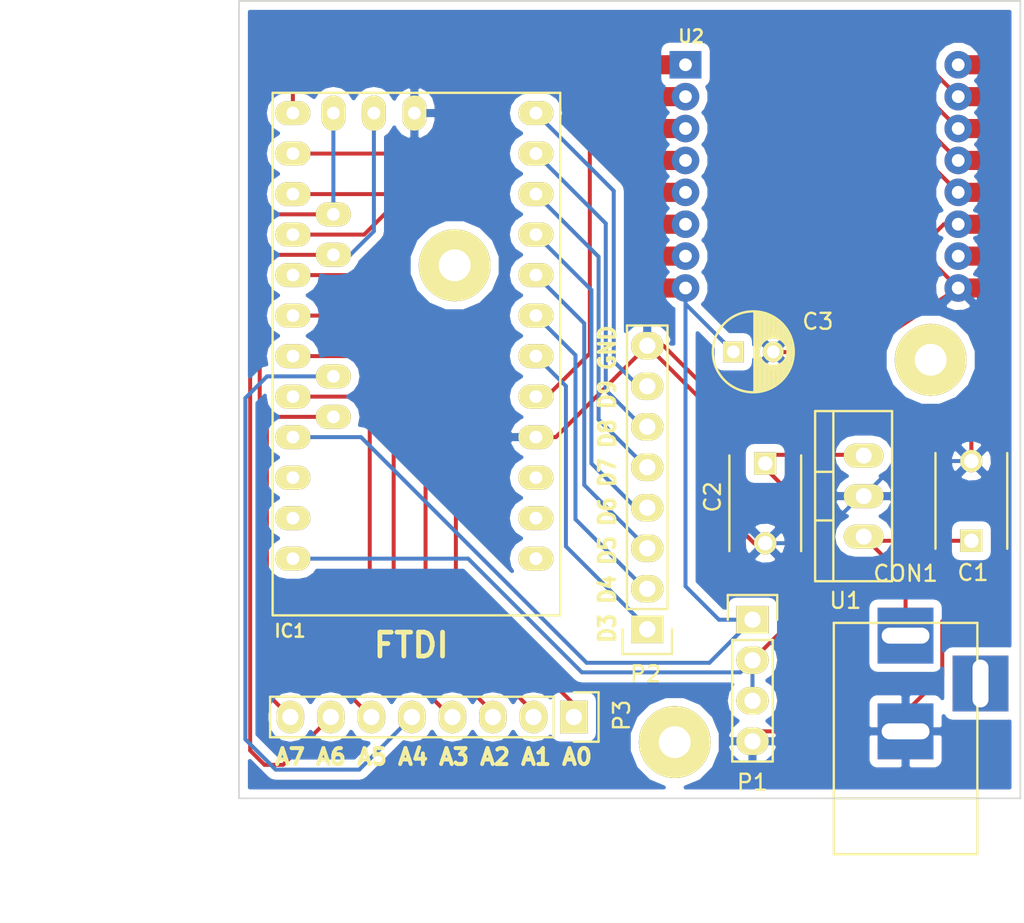
<source format=kicad_pcb>
(kicad_pcb (version 4) (host pcbnew 4.0.4+e1-6308~48~ubuntu16.04.1-stable)

  (general
    (links 57)
    (no_connects 0)
    (area 86.949999 83.449999 136.050001 133.550001)
    (thickness 1.6)
    (drawings 9)
    (tracks 177)
    (zones 0)
    (modules 13)
    (nets 39)
  )

  (page A4)
  (layers
    (0 F.Cu signal)
    (31 B.Cu signal)
    (32 B.Adhes user hide)
    (33 F.Adhes user hide)
    (34 B.Paste user hide)
    (35 F.Paste user hide)
    (36 B.SilkS user hide)
    (37 F.SilkS user)
    (38 B.Mask user)
    (39 F.Mask user)
    (40 Dwgs.User user hide)
    (41 Cmts.User user hide)
    (42 Eco1.User user hide)
    (43 Eco2.User user hide)
    (44 Edge.Cuts user)
    (45 Margin user)
    (46 B.CrtYd user hide)
    (47 F.CrtYd user hide)
    (48 B.Fab user hide)
    (49 F.Fab user hide)
  )

  (setup
    (last_trace_width 0.25)
    (trace_clearance 0.2)
    (zone_clearance 0.508)
    (zone_45_only no)
    (trace_min 0.2)
    (segment_width 0.2)
    (edge_width 0.1)
    (via_size 0.6)
    (via_drill 0.4)
    (via_min_size 0.4)
    (via_min_drill 0.3)
    (uvia_size 0.3)
    (uvia_drill 0.1)
    (uvias_allowed no)
    (uvia_min_size 0.2)
    (uvia_min_drill 0.1)
    (pcb_text_width 0.3)
    (pcb_text_size 1.5 1.5)
    (mod_edge_width 0.15)
    (mod_text_size 1 1)
    (mod_text_width 0.15)
    (pad_size 1.5 1.5)
    (pad_drill 0.6)
    (pad_to_mask_clearance 0)
    (aux_axis_origin 0 0)
    (visible_elements FFFFFF7F)
    (pcbplotparams
      (layerselection 0x010e0_80000001)
      (usegerberextensions true)
      (excludeedgelayer true)
      (linewidth 0.100000)
      (plotframeref false)
      (viasonmask false)
      (mode 1)
      (useauxorigin false)
      (hpglpennumber 1)
      (hpglpenspeed 20)
      (hpglpendiameter 15)
      (hpglpenoverlay 2)
      (psnegative false)
      (psa4output false)
      (plotreference true)
      (plotvalue true)
      (plotinvisibletext false)
      (padsonsilk false)
      (subtractmaskfromsilk false)
      (outputformat 1)
      (mirror false)
      (drillshape 0)
      (scaleselection 1)
      (outputdirectory gbr))
  )

  (net 0 "")
  (net 1 VCC)
  (net 2 GND)
  (net 3 +5V)
  (net 4 +3V3)
  (net 5 A7)
  (net 6 A6)
  (net 7 "Net-(IC1-Pad1)")
  (net 8 "Net-(IC1-Pad2)")
  (net 9 "Net-(IC1-Pad3)")
  (net 10 D2)
  (net 11 D3)
  (net 12 D4)
  (net 13 D5)
  (net 14 D6)
  (net 15 D7)
  (net 16 D8)
  (net 17 D9)
  (net 18 NSS)
  (net 19 MOSI)
  (net 20 MISO)
  (net 21 SCK)
  (net 22 A0)
  (net 23 A1)
  (net 24 A2)
  (net 25 A3)
  (net 26 "Net-(IC1-Pad22)")
  (net 27 A4)
  (net 28 A5)
  (net 29 "Net-(U2-Pad1)")
  (net 30 "Net-(U2-Pad3)")
  (net 31 "Net-(U2-Pad4)")
  (net 32 "Net-(U2-Pad5)")
  (net 33 "Net-(U2-Pad6)")
  (net 34 "Net-(U2-Pad7)")
  (net 35 "Net-(U2-Pad10)")
  (net 36 "Net-(U2-Pad16)")
  (net 37 "Net-(IC1-Pad23)")
  (net 38 "Net-(CON1-Pad3)")

  (net_class Default "This is the default net class."
    (clearance 0.2)
    (trace_width 0.25)
    (via_dia 0.6)
    (via_drill 0.4)
    (uvia_dia 0.3)
    (uvia_drill 0.1)
    (add_net +3V3)
    (add_net +5V)
    (add_net A0)
    (add_net A1)
    (add_net A2)
    (add_net A3)
    (add_net A4)
    (add_net A5)
    (add_net A6)
    (add_net A7)
    (add_net D2)
    (add_net D3)
    (add_net D4)
    (add_net D5)
    (add_net D6)
    (add_net D7)
    (add_net D8)
    (add_net D9)
    (add_net GND)
    (add_net MISO)
    (add_net MOSI)
    (add_net NSS)
    (add_net "Net-(CON1-Pad3)")
    (add_net "Net-(IC1-Pad1)")
    (add_net "Net-(IC1-Pad2)")
    (add_net "Net-(IC1-Pad22)")
    (add_net "Net-(IC1-Pad23)")
    (add_net "Net-(IC1-Pad3)")
    (add_net "Net-(U2-Pad1)")
    (add_net "Net-(U2-Pad10)")
    (add_net "Net-(U2-Pad16)")
    (add_net "Net-(U2-Pad3)")
    (add_net "Net-(U2-Pad4)")
    (add_net "Net-(U2-Pad5)")
    (add_net "Net-(U2-Pad6)")
    (add_net "Net-(U2-Pad7)")
    (add_net SCK)
    (add_net VCC)
  )

  (module mysensors_radios:RFM69HW_SMD_ThroughHole_Handsoldering (layer F.Cu) (tedit 55DEED2C) (tstamp 5805E22C)
    (at 115.1 87.5)
    (descr RFM69HW)
    (tags "RFM69HW, RF69")
    (path /5805AB09)
    (fp_text reference U2 (at 0.254 -1.778) (layer F.SilkS)
      (effects (font (size 0.8 0.8) (thickness 0.16)))
    )
    (fp_text value RFM69HW (at 8.382 7.112) (layer F.Fab) hide
      (effects (font (size 0.8 0.8) (thickness 0.16)))
    )
    (fp_line (start -3.4 15) (end 20.3 15) (layer F.CrtYd) (width 0.15))
    (fp_line (start 20.3 -1) (end 20.3 15) (layer F.CrtYd) (width 0.15))
    (fp_line (start -3.4 -1) (end -3.4 15) (layer F.CrtYd) (width 0.15))
    (fp_line (start -3.4 -1) (end 20.3 -1) (layer F.CrtYd) (width 0.15))
    (fp_line (start 20.3 -1) (end 20.3 15) (layer B.CrtYd) (width 0.15))
    (fp_line (start -3.4 -1) (end -3.4 15) (layer B.CrtYd) (width 0.15))
    (fp_line (start -3.4 15) (end 20.3 15) (layer B.CrtYd) (width 0.15))
    (fp_line (start -3.4 -1) (end 20.3 -1) (layer B.CrtYd) (width 0.15))
    (pad 1 smd rect (at -1.4 0) (size 3 1.2) (layers F.Cu F.Paste F.Mask)
      (net 29 "Net-(U2-Pad1)"))
    (pad 2 smd rect (at -1.4 2) (size 3 1.2) (layers F.Cu F.Paste F.Mask)
      (net 10 D2))
    (pad 3 smd rect (at -1.4 4) (size 3 1.2) (layers F.Cu F.Paste F.Mask)
      (net 30 "Net-(U2-Pad3)"))
    (pad 4 smd rect (at -1.4 6) (size 3 1.2) (layers F.Cu F.Paste F.Mask)
      (net 31 "Net-(U2-Pad4)"))
    (pad 5 smd rect (at -1.4 8) (size 3 1.2) (layers F.Cu F.Paste F.Mask)
      (net 32 "Net-(U2-Pad5)"))
    (pad 6 smd rect (at -1.4 10) (size 3 1.2) (layers F.Cu F.Paste F.Mask)
      (net 33 "Net-(U2-Pad6)"))
    (pad 7 smd rect (at -1.4 12) (size 3 1.2) (layers F.Cu F.Paste F.Mask)
      (net 34 "Net-(U2-Pad7)"))
    (pad 8 smd rect (at -1.4 14) (size 3 1.2) (layers F.Cu F.Paste F.Mask)
      (net 4 +3V3))
    (pad 9 smd rect (at 18.3 14) (size 3 1.2) (layers F.Cu F.Paste F.Mask)
      (net 2 GND))
    (pad 10 smd rect (at 18.3 12) (size 3 1.2) (layers F.Cu F.Paste F.Mask)
      (net 35 "Net-(U2-Pad10)"))
    (pad 11 smd rect (at 18.3 10) (size 3 1.2) (layers F.Cu F.Paste F.Mask)
      (net 2 GND))
    (pad 12 smd rect (at 18.3 8) (size 3 1.2) (layers F.Cu F.Paste F.Mask)
      (net 21 SCK))
    (pad 13 smd rect (at 18.3 6) (size 3 1.2) (layers F.Cu F.Paste F.Mask)
      (net 20 MISO))
    (pad 14 smd rect (at 18.3 4) (size 3 1.2) (layers F.Cu F.Paste F.Mask)
      (net 19 MOSI))
    (pad 15 smd rect (at 18.3 2) (size 3 1.2) (layers F.Cu F.Paste F.Mask)
      (net 18 NSS))
    (pad 16 smd rect (at 18.3 0) (size 3 1.2) (layers F.Cu F.Paste F.Mask)
      (net 36 "Net-(U2-Pad16)"))
    (pad 1 thru_hole rect (at -0.1 0) (size 2 1.7272) (drill 0.8) (layers *.Cu *.Mask)
      (net 29 "Net-(U2-Pad1)"))
    (pad 2 thru_hole circle (at -0.1 2) (size 1.7272 1.7272) (drill 0.8) (layers *.Cu *.Mask)
      (net 10 D2))
    (pad 3 thru_hole circle (at -0.1 4) (size 1.7272 1.7272) (drill 0.8) (layers *.Cu *.Mask)
      (net 30 "Net-(U2-Pad3)"))
    (pad 4 thru_hole circle (at -0.1 6) (size 1.7272 1.7272) (drill 0.8) (layers *.Cu *.Mask)
      (net 31 "Net-(U2-Pad4)"))
    (pad 5 thru_hole circle (at -0.1 8) (size 1.7272 1.7272) (drill 0.8) (layers *.Cu *.Mask)
      (net 32 "Net-(U2-Pad5)"))
    (pad 6 thru_hole circle (at -0.1 10) (size 1.7272 1.7272) (drill 0.8) (layers *.Cu *.Mask)
      (net 33 "Net-(U2-Pad6)"))
    (pad 7 thru_hole circle (at -0.1 12) (size 1.7272 1.7272) (drill 0.8) (layers *.Cu *.Mask)
      (net 34 "Net-(U2-Pad7)"))
    (pad 8 thru_hole circle (at -0.1 14) (size 1.7272 1.7272) (drill 0.8) (layers *.Cu *.Mask)
      (net 4 +3V3))
    (pad 9 thru_hole circle (at 17 14) (size 1.7272 1.7272) (drill 0.8) (layers *.Cu *.Mask)
      (net 2 GND))
    (pad 10 thru_hole circle (at 17 12) (size 1.7272 1.7272) (drill 0.8) (layers *.Cu *.Mask)
      (net 35 "Net-(U2-Pad10)"))
    (pad 11 thru_hole circle (at 17 10) (size 1.7272 1.7272) (drill 0.8) (layers *.Cu *.Mask)
      (net 2 GND))
    (pad 12 thru_hole circle (at 17 8) (size 1.7272 1.7272) (drill 0.8) (layers *.Cu *.Mask)
      (net 21 SCK))
    (pad 13 thru_hole circle (at 17 6) (size 1.7272 1.7272) (drill 0.8) (layers *.Cu *.Mask)
      (net 20 MISO))
    (pad 14 thru_hole circle (at 17 4) (size 1.7272 1.7272) (drill 0.8) (layers *.Cu *.Mask)
      (net 19 MOSI))
    (pad 15 thru_hole circle (at 17 2) (size 1.7272 1.7272) (drill 0.8) (layers *.Cu *.Mask)
      (net 18 NSS))
    (pad 16 thru_hole circle (at 17 0) (size 1.7272 1.7272) (drill 0.8) (layers *.Cu *.Mask)
      (net 36 "Net-(U2-Pad16)"))
    (model ${MYSLOCAL}/mysensors.3dshapes/mysensors_radios.3dshapes/rfm69hw.wrl
      (at (xyz 0.333 -0.275 0.345))
      (scale (xyz 0.395 0.395 0.395))
      (rotate (xyz 0 0 180))
    )
    (model Crystals.3dshapes/crystal_FA238-TSX3225.wrl
      (at (xyz 0.332 -0.08 0.375))
      (scale (xyz 0.24 0.24 0.24))
      (rotate (xyz 0 0 90))
    )
    (model ${MYSLOCAL}/mysensors.3dshapes/w.lain.3dshapes/pin_strip/pin_strip_2mm_8.wrl
      (at (xyz -0.004 -0.276 0.31))
      (scale (xyz 1 1 1))
      (rotate (xyz 0 180 90))
    )
    (model ${MYSLOCAL}/mysensors.3dshapes/w.lain.3dshapes/pin_strip/pin_strip_2mm_8.wrl
      (at (xyz 0.669 -0.276 0.31))
      (scale (xyz 1 1 1))
      (rotate (xyz 0 180 90))
    )
    (model ${MYSLOCAL}/mysensors.3dshapes/w.lain.3dshapes/pin_strip/pin_socket_2mm_8.wrl
      (at (xyz -0.004 -0.276 0))
      (scale (xyz 1 1 1))
      (rotate (xyz 0 0 90))
    )
    (model ${MYSLOCAL}/mysensors.3dshapes/w.lain.3dshapes/pin_strip/pin_socket_2mm_8.wrl
      (at (xyz 0.669 -0.276 0))
      (scale (xyz 1 1 1))
      (rotate (xyz 0 0 90))
    )
    (model Housings_DFN_QFN.3dshapes/QFN-28-1EP_5x5mm_Pitch0.5mm.wrl
      (at (xyz 0.205 -0.445 0.375))
      (scale (xyz 1 1 1))
      (rotate (xyz 0 0 0))
    )
  )

  (module Capacitors_ThroughHole:C_Disc_D6_P5 (layer F.Cu) (tedit 58060E93) (tstamp 5805E147)
    (at 132.925 117.35 90)
    (descr "Capacitor 6mm Disc, Pitch 5mm")
    (tags Capacitor)
    (path /5805D3BC)
    (fp_text reference C1 (at -2 0.1 180) (layer F.SilkS)
      (effects (font (size 1 1) (thickness 0.15)))
    )
    (fp_text value "0.33 u" (at 7.2 0.1 180) (layer F.Fab)
      (effects (font (size 1 1) (thickness 0.15)))
    )
    (fp_line (start -0.95 -2.5) (end 5.95 -2.5) (layer F.CrtYd) (width 0.05))
    (fp_line (start 5.95 -2.5) (end 5.95 2.5) (layer F.CrtYd) (width 0.05))
    (fp_line (start 5.95 2.5) (end -0.95 2.5) (layer F.CrtYd) (width 0.05))
    (fp_line (start -0.95 2.5) (end -0.95 -2.5) (layer F.CrtYd) (width 0.05))
    (fp_line (start -0.5 -2.25) (end 5.5 -2.25) (layer F.SilkS) (width 0.15))
    (fp_line (start 5.5 2.25) (end -0.5 2.25) (layer F.SilkS) (width 0.15))
    (pad 1 thru_hole rect (at 0 0 90) (size 1.4 1.4) (drill 0.9) (layers *.Cu *.Mask F.SilkS)
      (net 1 VCC))
    (pad 2 thru_hole circle (at 5 0 90) (size 1.4 1.4) (drill 0.9) (layers *.Cu *.Mask F.SilkS)
      (net 2 GND))
    (model Capacitors_ThroughHole.3dshapes/C_Disc_D6_P5.wrl
      (at (xyz 0.0984252 0 0))
      (scale (xyz 1 1 1))
      (rotate (xyz 0 0 0))
    )
  )

  (module Capacitors_ThroughHole:C_Disc_D6_P5 (layer F.Cu) (tedit 58060E7D) (tstamp 5805E153)
    (at 120 112.5 270)
    (descr "Capacitor 6mm Disc, Pitch 5mm")
    (tags Capacitor)
    (path /5805D419)
    (fp_text reference C2 (at 2.1 3.3 450) (layer F.SilkS)
      (effects (font (size 1 1) (thickness 0.15)))
    )
    (fp_text value "0.1 u" (at -2.4 -0.1 360) (layer F.Fab)
      (effects (font (size 1 1) (thickness 0.15)))
    )
    (fp_line (start -0.95 -2.5) (end 5.95 -2.5) (layer F.CrtYd) (width 0.05))
    (fp_line (start 5.95 -2.5) (end 5.95 2.5) (layer F.CrtYd) (width 0.05))
    (fp_line (start 5.95 2.5) (end -0.95 2.5) (layer F.CrtYd) (width 0.05))
    (fp_line (start -0.95 2.5) (end -0.95 -2.5) (layer F.CrtYd) (width 0.05))
    (fp_line (start -0.5 -2.25) (end 5.5 -2.25) (layer F.SilkS) (width 0.15))
    (fp_line (start 5.5 2.25) (end -0.5 2.25) (layer F.SilkS) (width 0.15))
    (pad 1 thru_hole rect (at 0 0 270) (size 1.4 1.4) (drill 0.9) (layers *.Cu *.Mask F.SilkS)
      (net 3 +5V))
    (pad 2 thru_hole circle (at 5 0 270) (size 1.4 1.4) (drill 0.9) (layers *.Cu *.Mask F.SilkS)
      (net 2 GND))
    (model Capacitors_ThroughHole.3dshapes/C_Disc_D6_P5.wrl
      (at (xyz 0.0984252 0 0))
      (scale (xyz 1 1 1))
      (rotate (xyz 0 0 0))
    )
  )

  (module Capacitors_ThroughHole:C_Radial_D5_L6_P2.5 (layer F.Cu) (tedit 58060E9E) (tstamp 5805E17B)
    (at 118 105.5)
    (descr "Radial Electrolytic Capacitor Diameter 5mm x Length 6mm, Pitch 2.5mm")
    (tags "Electrolytic Capacitor")
    (path /5805CA57)
    (fp_text reference C3 (at 5.3 -1.9) (layer F.SilkS)
      (effects (font (size 1 1) (thickness 0.15)))
    )
    (fp_text value 47u (at 5.9 0.2) (layer F.Fab)
      (effects (font (size 1 1) (thickness 0.15)))
    )
    (fp_line (start 1.325 -2.499) (end 1.325 2.499) (layer F.SilkS) (width 0.15))
    (fp_line (start 1.465 -2.491) (end 1.465 2.491) (layer F.SilkS) (width 0.15))
    (fp_line (start 1.605 -2.475) (end 1.605 -0.095) (layer F.SilkS) (width 0.15))
    (fp_line (start 1.605 0.095) (end 1.605 2.475) (layer F.SilkS) (width 0.15))
    (fp_line (start 1.745 -2.451) (end 1.745 -0.49) (layer F.SilkS) (width 0.15))
    (fp_line (start 1.745 0.49) (end 1.745 2.451) (layer F.SilkS) (width 0.15))
    (fp_line (start 1.885 -2.418) (end 1.885 -0.657) (layer F.SilkS) (width 0.15))
    (fp_line (start 1.885 0.657) (end 1.885 2.418) (layer F.SilkS) (width 0.15))
    (fp_line (start 2.025 -2.377) (end 2.025 -0.764) (layer F.SilkS) (width 0.15))
    (fp_line (start 2.025 0.764) (end 2.025 2.377) (layer F.SilkS) (width 0.15))
    (fp_line (start 2.165 -2.327) (end 2.165 -0.835) (layer F.SilkS) (width 0.15))
    (fp_line (start 2.165 0.835) (end 2.165 2.327) (layer F.SilkS) (width 0.15))
    (fp_line (start 2.305 -2.266) (end 2.305 -0.879) (layer F.SilkS) (width 0.15))
    (fp_line (start 2.305 0.879) (end 2.305 2.266) (layer F.SilkS) (width 0.15))
    (fp_line (start 2.445 -2.196) (end 2.445 -0.898) (layer F.SilkS) (width 0.15))
    (fp_line (start 2.445 0.898) (end 2.445 2.196) (layer F.SilkS) (width 0.15))
    (fp_line (start 2.585 -2.114) (end 2.585 -0.896) (layer F.SilkS) (width 0.15))
    (fp_line (start 2.585 0.896) (end 2.585 2.114) (layer F.SilkS) (width 0.15))
    (fp_line (start 2.725 -2.019) (end 2.725 -0.871) (layer F.SilkS) (width 0.15))
    (fp_line (start 2.725 0.871) (end 2.725 2.019) (layer F.SilkS) (width 0.15))
    (fp_line (start 2.865 -1.908) (end 2.865 -0.823) (layer F.SilkS) (width 0.15))
    (fp_line (start 2.865 0.823) (end 2.865 1.908) (layer F.SilkS) (width 0.15))
    (fp_line (start 3.005 -1.78) (end 3.005 -0.745) (layer F.SilkS) (width 0.15))
    (fp_line (start 3.005 0.745) (end 3.005 1.78) (layer F.SilkS) (width 0.15))
    (fp_line (start 3.145 -1.631) (end 3.145 -0.628) (layer F.SilkS) (width 0.15))
    (fp_line (start 3.145 0.628) (end 3.145 1.631) (layer F.SilkS) (width 0.15))
    (fp_line (start 3.285 -1.452) (end 3.285 -0.44) (layer F.SilkS) (width 0.15))
    (fp_line (start 3.285 0.44) (end 3.285 1.452) (layer F.SilkS) (width 0.15))
    (fp_line (start 3.425 -1.233) (end 3.425 1.233) (layer F.SilkS) (width 0.15))
    (fp_line (start 3.565 -0.944) (end 3.565 0.944) (layer F.SilkS) (width 0.15))
    (fp_line (start 3.705 -0.472) (end 3.705 0.472) (layer F.SilkS) (width 0.15))
    (fp_circle (center 2.5 0) (end 2.5 -0.9) (layer F.SilkS) (width 0.15))
    (fp_circle (center 1.25 0) (end 1.25 -2.5375) (layer F.SilkS) (width 0.15))
    (fp_circle (center 1.25 0) (end 1.25 -2.8) (layer F.CrtYd) (width 0.05))
    (pad 1 thru_hole rect (at 0 0) (size 1.3 1.3) (drill 0.8) (layers *.Cu *.Mask F.SilkS)
      (net 4 +3V3))
    (pad 2 thru_hole circle (at 2.5 0) (size 1.3 1.3) (drill 0.8) (layers *.Cu *.Mask F.SilkS)
      (net 2 GND))
    (model Capacitors_ThroughHole.3dshapes/C_Radial_D5_L6_P2.5.wrl
      (at (xyz 0.0492126 0 0))
      (scale (xyz 1 1 1))
      (rotate (xyz 0 0 90))
    )
  )

  (module mysensors_arduino:pro_mini (layer F.Cu) (tedit 58060E3C) (tstamp 5805E1AE)
    (at 98 104.5 90)
    (descr "IC, ARDUINO_PRO_MINI x 0,6\"")
    (tags "DIL ARDUINO PRO MINI")
    (path /5805AB7F)
    (fp_text reference IC1 (at -18.5 -7.8 180) (layer F.SilkS)
      (effects (font (size 0.8 0.8) (thickness 0.16)))
    )
    (fp_text value ArduinoProMini (at 0 0 90) (layer F.Fab) hide
      (effects (font (size 0.8 0.8) (thickness 0.16)))
    )
    (fp_line (start 15.24 9.144) (end 15.24 -8.89) (layer F.SilkS) (width 0.15))
    (fp_line (start -17.526 -8.89) (end -17.526 9.144) (layer F.SilkS) (width 0.15))
    (fp_line (start 15.24 9.144) (end -17.526 9.144) (layer F.SilkS) (width 0.15))
    (fp_line (start -17.526 -8.89) (end 15.24 -8.89) (layer F.SilkS) (width 0.15))
    (pad 28 thru_hole oval (at 5.08 -5.08 90) (size 1.50114 2.19964) (drill 0.8001) (layers *.Cu *.Mask F.SilkS)
      (net 5 A7))
    (pad 27 thru_hole oval (at 7.62 -5.08 90) (size 1.50114 2.19964) (drill 0.8001) (layers *.Cu *.Mask F.SilkS)
      (net 6 A6))
    (pad 1 thru_hole oval (at -13.97 7.62 90) (size 1.50114 2.19964) (drill 0.8001) (layers *.Cu *.Mask F.SilkS)
      (net 7 "Net-(IC1-Pad1)"))
    (pad 2 thru_hole oval (at -11.43 7.62 90) (size 1.50114 2.19964) (drill 0.8001) (layers *.Cu *.Mask F.SilkS)
      (net 8 "Net-(IC1-Pad2)"))
    (pad 3 thru_hole oval (at -8.89 7.62 90) (size 1.50114 2.19964) (drill 0.8001) (layers *.Cu *.Mask F.SilkS)
      (net 9 "Net-(IC1-Pad3)"))
    (pad 4 thru_hole oval (at -6.35 7.62 90) (size 1.50114 2.19964) (drill 0.8001) (layers *.Cu *.Mask F.SilkS)
      (net 2 GND))
    (pad 5 thru_hole oval (at -3.81 7.62 90) (size 1.50114 2.19964) (drill 0.8001) (layers *.Cu *.Mask F.SilkS)
      (net 10 D2))
    (pad 6 thru_hole oval (at -1.27 7.62 90) (size 1.50114 2.19964) (drill 0.8001) (layers *.Cu *.Mask F.SilkS)
      (net 11 D3))
    (pad 7 thru_hole oval (at 1.27 7.62 90) (size 1.50114 2.19964) (drill 0.8001) (layers *.Cu *.Mask F.SilkS)
      (net 12 D4))
    (pad 8 thru_hole oval (at 3.81 7.62 90) (size 1.50114 2.19964) (drill 0.8001) (layers *.Cu *.Mask F.SilkS)
      (net 13 D5))
    (pad 9 thru_hole oval (at 6.35 7.62 90) (size 1.50114 2.19964) (drill 0.8001) (layers *.Cu *.Mask F.SilkS)
      (net 14 D6))
    (pad 10 thru_hole oval (at 8.89 7.62 90) (size 1.50114 2.19964) (drill 0.8001) (layers *.Cu *.Mask F.SilkS)
      (net 15 D7))
    (pad 11 thru_hole oval (at 11.43 7.62 90) (size 1.50114 2.19964) (drill 0.8001) (layers *.Cu *.Mask F.SilkS)
      (net 16 D8))
    (pad 12 thru_hole oval (at 13.97 7.62 90) (size 1.50114 2.19964) (drill 0.8001) (layers *.Cu *.Mask F.SilkS)
      (net 17 D9))
    (pad 13 thru_hole oval (at 13.97 -7.62 90) (size 1.50114 2.19964) (drill 0.8001) (layers *.Cu *.Mask F.SilkS)
      (net 18 NSS))
    (pad 14 thru_hole oval (at 11.43 -7.62 90) (size 1.50114 2.19964) (drill 0.8001) (layers *.Cu *.Mask F.SilkS)
      (net 19 MOSI))
    (pad 15 thru_hole oval (at 8.89 -7.62 90) (size 1.50114 2.19964) (drill 0.8001) (layers *.Cu *.Mask F.SilkS)
      (net 20 MISO))
    (pad 16 thru_hole oval (at 6.35 -7.62 90) (size 1.50114 2.19964) (drill 0.8001) (layers *.Cu *.Mask F.SilkS)
      (net 21 SCK))
    (pad 17 thru_hole oval (at 3.81 -7.62 90) (size 1.50114 2.19964) (drill 0.8001) (layers *.Cu *.Mask F.SilkS)
      (net 22 A0))
    (pad 18 thru_hole oval (at 1.27 -7.62 90) (size 1.50114 2.19964) (drill 0.8001) (layers *.Cu *.Mask F.SilkS)
      (net 23 A1))
    (pad 19 thru_hole oval (at -1.27 -7.62 90) (size 1.50114 2.19964) (drill 0.8001) (layers *.Cu *.Mask F.SilkS)
      (net 24 A2))
    (pad 20 thru_hole oval (at -3.81 -7.62 90) (size 1.50114 2.19964) (drill 0.8001) (layers *.Cu *.Mask F.SilkS)
      (net 25 A3))
    (pad 21 thru_hole oval (at -6.35 -7.62 90) (size 1.50114 2.19964) (drill 0.8001) (layers *.Cu *.Mask F.SilkS)
      (net 4 +3V3))
    (pad 22 thru_hole oval (at -8.89 -7.62 90) (size 1.50114 2.19964) (drill 0.8001) (layers *.Cu *.Mask F.SilkS)
      (net 26 "Net-(IC1-Pad22)"))
    (pad 23 thru_hole oval (at -11.43 -7.62 90) (size 1.50114 2.19964) (drill 0.8001) (layers *.Cu *.Mask F.SilkS)
      (net 37 "Net-(IC1-Pad23)"))
    (pad 24 thru_hole oval (at -13.97 -7.62 90) (size 1.50114 2.19964) (drill 0.8001) (layers *.Cu *.Mask F.SilkS)
      (net 3 +5V))
    (pad 25 thru_hole oval (at -2.54 -5.08 90) (size 1.50114 2.19964) (drill 0.8001) (layers *.Cu *.Mask F.SilkS)
      (net 27 A4))
    (pad 26 thru_hole oval (at -5.08 -5.08 90) (size 1.50114 2.19964) (drill 0.8001) (layers *.Cu *.Mask F.SilkS)
      (net 28 A5))
    (pad 27 thru_hole oval (at 13.97 -5.08 90) (size 2.19964 1.50114) (drill 0.8001) (layers *.Cu *.Mask F.SilkS)
      (net 6 A6))
    (pad 28 thru_hole oval (at 13.97 -2.54 90) (size 2.19964 1.50114) (drill 0.8001) (layers *.Cu *.Mask F.SilkS)
      (net 5 A7))
    (pad 29 thru_hole oval (at 13.97 0 90) (size 2.19964 1.50114) (drill 0.8001) (layers *.Cu *.Mask F.SilkS)
      (net 2 GND))
    (model Socket_Strips.3dshapes/Socket_Strip_Straight_1x02.wrl
      (at (xyz -0.15 0.2 0))
      (scale (xyz 1 1 1))
      (rotate (xyz 0 0 0))
    )
    (model Socket_Strips.3dshapes/Socket_Strip_Straight_1x03.wrl
      (at (xyz 0.55 0.1 0))
      (scale (xyz 1 1 1))
      (rotate (xyz 0 0 90))
    )
    (model Socket_Strips.3dshapes/Socket_Strip_Straight_1x12.wrl
      (at (xyz 0 0.3 0))
      (scale (xyz 1 1 1))
      (rotate (xyz 0 0 0))
    )
    (model Socket_Strips.3dshapes/Socket_Strip_Straight_1x12.wrl
      (at (xyz 0 -0.3 0))
      (scale (xyz 1 1 1))
      (rotate (xyz 0 0 0))
    )
    (model Socket_Strips.3dshapes/Socket_Strip_Straight_1x02.wrl
      (at (xyz 0.25 0.2 0))
      (scale (xyz 1 1 1))
      (rotate (xyz 0 0 0))
    )
    (model ${MYSLOCAL}/mysensors.3dshapes/mysensors_arduino.3dshapes/arduino_pro_mini.wrl
      (at (xyz -0.05 0 0.48))
      (scale (xyz 0.395 0.395 0.395))
      (rotate (xyz 0 0 180))
    )
    (model SMD_Packages.3dshapes/TQFP-32.wrl
      (at (xyz 0.05 0 0.5125))
      (scale (xyz 1 1 1))
      (rotate (xyz 0 0 315))
    )
    (model Pin_Headers.3dshapes/Pin_Header_Straight_1x12.wrl
      (at (xyz 0 -0.3 0.445))
      (scale (xyz 1 1 1))
      (rotate (xyz 0 180 0))
    )
    (model Pin_Headers.3dshapes/Pin_Header_Straight_1x12.wrl
      (at (xyz 0 0.3 0.445))
      (scale (xyz 1 1 1))
      (rotate (xyz 0 180 0))
    )
    (model Pin_Headers.3dshapes/Pin_Header_Straight_1x03.wrl
      (at (xyz 0.55 0.1 0.445))
      (scale (xyz 1 1 1))
      (rotate (xyz 0 180 90))
    )
    (model Pin_Headers.3dshapes/Pin_Header_Straight_1x02.wrl
      (at (xyz 0.25 0.2 0.445))
      (scale (xyz 1 1 1))
      (rotate (xyz 0 180 0))
    )
    (model Pin_Headers.3dshapes/Pin_Header_Straight_1x02.wrl
      (at (xyz -0.15 0.2 0.445))
      (scale (xyz 1 1 1))
      (rotate (xyz 0 180 0))
    )
    (model ${MYSLOCAL}/mysensors.3dshapes/w.lain.3dshapes/smd_leds/led_0603.wrl
      (at (xyz -0.3 0 0.5125))
      (scale (xyz 1 1 1))
      (rotate (xyz 0 0 0))
    )
    (model ${MYSLOCAL}/mysensors.3dshapes/w.lain.3dshapes/smd_leds/led_0603.wrl
      (at (xyz 0.55 -0.175 0.5125))
      (scale (xyz 1 1 1))
      (rotate (xyz 0 0 0))
    )
    (model Pin_Headers.3dshapes/Pin_Header_Angled_1x06.wrl
      (at (xyz -0.65 0 0.5125))
      (scale (xyz 1 1 1))
      (rotate (xyz 0 0 270))
    )
    (model Resistors_SMD.3dshapes/R_0603.wrl
      (at (xyz -0.3 -0.05 0.5125))
      (scale (xyz 1 1 1))
      (rotate (xyz 0 0 0))
    )
    (model Resistors_SMD.3dshapes/R_0603.wrl
      (at (xyz 0.55 -0.125 0.5125))
      (scale (xyz 1 1 1))
      (rotate (xyz 0 0 0))
    )
    (model Capacitors_SMD.3dshapes/C_0603.wrl
      (at (xyz -0.3 0.05 0.5125))
      (scale (xyz 1 1 1))
      (rotate (xyz 0 0 0))
    )
    (model Capacitors_Tantalum_SMD.3dshapes/TantalC_SizeS_EIA-3216.wrl
      (at (xyz -0.35 0.15 0.5125))
      (scale (xyz 1 1 1))
      (rotate (xyz 0 0 0))
    )
    (model Capacitors_Tantalum_SMD.3dshapes/TantalC_SizeS_EIA-3216.wrl
      (at (xyz -0.35 -0.15 0.5125))
      (scale (xyz 1 1 1))
      (rotate (xyz 0 0 0))
    )
    (model TO_SOT_Packages_SMD.3dshapes/SOT-23-5.wrl
      (at (xyz -0.4 0 0.5125))
      (scale (xyz 1 1 1))
      (rotate (xyz 0 0 90))
    )
    (model Capacitors_SMD.3dshapes/C_1210.wrl
      (at (xyz -0.5 0 0.5125))
      (scale (xyz 1 1 1))
      (rotate (xyz 0 0 90))
    )
  )

  (module Pin_Headers:Pin_Header_Straight_1x04 (layer F.Cu) (tedit 58060E5D) (tstamp 5805E1C1)
    (at 119.2 122.3)
    (descr "Through hole pin header")
    (tags "pin header")
    (path /5805BCB3)
    (fp_text reference P1 (at 0 10.2) (layer F.SilkS)
      (effects (font (size 1 1) (thickness 0.15)))
    )
    (fp_text value CONN_01X04 (at 0 -3.1) (layer F.Fab) hide
      (effects (font (size 1 1) (thickness 0.15)))
    )
    (fp_line (start -1.75 -1.75) (end -1.75 9.4) (layer F.CrtYd) (width 0.05))
    (fp_line (start 1.75 -1.75) (end 1.75 9.4) (layer F.CrtYd) (width 0.05))
    (fp_line (start -1.75 -1.75) (end 1.75 -1.75) (layer F.CrtYd) (width 0.05))
    (fp_line (start -1.75 9.4) (end 1.75 9.4) (layer F.CrtYd) (width 0.05))
    (fp_line (start -1.27 1.27) (end -1.27 8.89) (layer F.SilkS) (width 0.15))
    (fp_line (start 1.27 1.27) (end 1.27 8.89) (layer F.SilkS) (width 0.15))
    (fp_line (start 1.55 -1.55) (end 1.55 0) (layer F.SilkS) (width 0.15))
    (fp_line (start -1.27 8.89) (end 1.27 8.89) (layer F.SilkS) (width 0.15))
    (fp_line (start 1.27 1.27) (end -1.27 1.27) (layer F.SilkS) (width 0.15))
    (fp_line (start -1.55 0) (end -1.55 -1.55) (layer F.SilkS) (width 0.15))
    (fp_line (start -1.55 -1.55) (end 1.55 -1.55) (layer F.SilkS) (width 0.15))
    (pad 1 thru_hole rect (at 0 0) (size 2.032 1.7272) (drill 1.016) (layers *.Cu *.Mask F.SilkS)
      (net 4 +3V3))
    (pad 2 thru_hole oval (at 0 2.54) (size 2.032 1.7272) (drill 1.016) (layers *.Cu *.Mask F.SilkS)
      (net 3 +5V))
    (pad 3 thru_hole oval (at 0 5.08) (size 2.032 1.7272) (drill 1.016) (layers *.Cu *.Mask F.SilkS)
      (net 3 +5V))
    (pad 4 thru_hole oval (at 0 7.62) (size 2.032 1.7272) (drill 1.016) (layers *.Cu *.Mask F.SilkS)
      (net 2 GND))
    (model Pin_Headers.3dshapes/Pin_Header_Straight_1x04.wrl
      (at (xyz 0 -0.15 0))
      (scale (xyz 1 1 1))
      (rotate (xyz 0 0 90))
    )
  )

  (module Pin_Headers:Pin_Header_Straight_1x08 (layer F.Cu) (tedit 58060E2F) (tstamp 5805E1D8)
    (at 112.6 122.9 180)
    (descr "Through hole pin header")
    (tags "pin header")
    (path /5805B2D5)
    (fp_text reference P2 (at 0.1 -2.8 180) (layer F.SilkS)
      (effects (font (size 1 1) (thickness 0.15)))
    )
    (fp_text value CONN_01X08 (at -0.3 -3.4 180) (layer F.Fab) hide
      (effects (font (size 1 1) (thickness 0.15)))
    )
    (fp_line (start -1.75 -1.75) (end -1.75 19.55) (layer F.CrtYd) (width 0.05))
    (fp_line (start 1.75 -1.75) (end 1.75 19.55) (layer F.CrtYd) (width 0.05))
    (fp_line (start -1.75 -1.75) (end 1.75 -1.75) (layer F.CrtYd) (width 0.05))
    (fp_line (start -1.75 19.55) (end 1.75 19.55) (layer F.CrtYd) (width 0.05))
    (fp_line (start 1.27 1.27) (end 1.27 19.05) (layer F.SilkS) (width 0.15))
    (fp_line (start 1.27 19.05) (end -1.27 19.05) (layer F.SilkS) (width 0.15))
    (fp_line (start -1.27 19.05) (end -1.27 1.27) (layer F.SilkS) (width 0.15))
    (fp_line (start 1.55 -1.55) (end 1.55 0) (layer F.SilkS) (width 0.15))
    (fp_line (start 1.27 1.27) (end -1.27 1.27) (layer F.SilkS) (width 0.15))
    (fp_line (start -1.55 0) (end -1.55 -1.55) (layer F.SilkS) (width 0.15))
    (fp_line (start -1.55 -1.55) (end 1.55 -1.55) (layer F.SilkS) (width 0.15))
    (pad 1 thru_hole rect (at 0 0 180) (size 2.032 1.7272) (drill 1.016) (layers *.Cu *.Mask F.SilkS)
      (net 11 D3))
    (pad 2 thru_hole oval (at 0 2.54 180) (size 2.032 1.7272) (drill 1.016) (layers *.Cu *.Mask F.SilkS)
      (net 12 D4))
    (pad 3 thru_hole oval (at 0 5.08 180) (size 2.032 1.7272) (drill 1.016) (layers *.Cu *.Mask F.SilkS)
      (net 13 D5))
    (pad 4 thru_hole oval (at 0 7.62 180) (size 2.032 1.7272) (drill 1.016) (layers *.Cu *.Mask F.SilkS)
      (net 14 D6))
    (pad 5 thru_hole oval (at 0 10.16 180) (size 2.032 1.7272) (drill 1.016) (layers *.Cu *.Mask F.SilkS)
      (net 15 D7))
    (pad 6 thru_hole oval (at 0 12.7 180) (size 2.032 1.7272) (drill 1.016) (layers *.Cu *.Mask F.SilkS)
      (net 16 D8))
    (pad 7 thru_hole oval (at 0 15.24 180) (size 2.032 1.7272) (drill 1.016) (layers *.Cu *.Mask F.SilkS)
      (net 17 D9))
    (pad 8 thru_hole oval (at 0 17.78 180) (size 2.032 1.7272) (drill 1.016) (layers *.Cu *.Mask F.SilkS)
      (net 2 GND))
    (model Pin_Headers.3dshapes/Pin_Header_Straight_1x08.wrl
      (at (xyz 0 -0.35 0))
      (scale (xyz 1 1 1))
      (rotate (xyz 0 0 90))
    )
  )

  (module Pin_Headers:Pin_Header_Straight_1x08 (layer F.Cu) (tedit 58060E33) (tstamp 5805E1EF)
    (at 108 128.4 270)
    (descr "Through hole pin header")
    (tags "pin header")
    (path /5805B32E)
    (fp_text reference P3 (at -0.1 -3 270) (layer F.SilkS)
      (effects (font (size 1 1) (thickness 0.15)))
    )
    (fp_text value CONN_01X08 (at 0 -3.1 270) (layer F.Fab) hide
      (effects (font (size 1 1) (thickness 0.15)))
    )
    (fp_line (start -1.75 -1.75) (end -1.75 19.55) (layer F.CrtYd) (width 0.05))
    (fp_line (start 1.75 -1.75) (end 1.75 19.55) (layer F.CrtYd) (width 0.05))
    (fp_line (start -1.75 -1.75) (end 1.75 -1.75) (layer F.CrtYd) (width 0.05))
    (fp_line (start -1.75 19.55) (end 1.75 19.55) (layer F.CrtYd) (width 0.05))
    (fp_line (start 1.27 1.27) (end 1.27 19.05) (layer F.SilkS) (width 0.15))
    (fp_line (start 1.27 19.05) (end -1.27 19.05) (layer F.SilkS) (width 0.15))
    (fp_line (start -1.27 19.05) (end -1.27 1.27) (layer F.SilkS) (width 0.15))
    (fp_line (start 1.55 -1.55) (end 1.55 0) (layer F.SilkS) (width 0.15))
    (fp_line (start 1.27 1.27) (end -1.27 1.27) (layer F.SilkS) (width 0.15))
    (fp_line (start -1.55 0) (end -1.55 -1.55) (layer F.SilkS) (width 0.15))
    (fp_line (start -1.55 -1.55) (end 1.55 -1.55) (layer F.SilkS) (width 0.15))
    (pad 1 thru_hole rect (at 0 0 270) (size 2.032 1.7272) (drill 1.016) (layers *.Cu *.Mask F.SilkS)
      (net 22 A0))
    (pad 2 thru_hole oval (at 0 2.54 270) (size 2.032 1.7272) (drill 1.016) (layers *.Cu *.Mask F.SilkS)
      (net 23 A1))
    (pad 3 thru_hole oval (at 0 5.08 270) (size 2.032 1.7272) (drill 1.016) (layers *.Cu *.Mask F.SilkS)
      (net 24 A2))
    (pad 4 thru_hole oval (at 0 7.62 270) (size 2.032 1.7272) (drill 1.016) (layers *.Cu *.Mask F.SilkS)
      (net 25 A3))
    (pad 5 thru_hole oval (at 0 10.16 270) (size 2.032 1.7272) (drill 1.016) (layers *.Cu *.Mask F.SilkS)
      (net 27 A4))
    (pad 6 thru_hole oval (at 0 12.7 270) (size 2.032 1.7272) (drill 1.016) (layers *.Cu *.Mask F.SilkS)
      (net 28 A5))
    (pad 7 thru_hole oval (at 0 15.24 270) (size 2.032 1.7272) (drill 1.016) (layers *.Cu *.Mask F.SilkS)
      (net 6 A6))
    (pad 8 thru_hole oval (at 0 17.78 270) (size 2.032 1.7272) (drill 1.016) (layers *.Cu *.Mask F.SilkS)
      (net 5 A7))
    (model Pin_Headers.3dshapes/Pin_Header_Straight_1x08.wrl
      (at (xyz 0 -0.35 0))
      (scale (xyz 1 1 1))
      (rotate (xyz 0 0 90))
    )
  )

  (module mysensors_lm7805:TO-220_Neutral123_Vertical (layer F.Cu) (tedit 580618CB) (tstamp 5805E200)
    (at 126.175 114.55 90)
    (descr "TO-220, Neutral, Vertical,")
    (tags "TO-220, Neutral, Vertical,")
    (path /5805D345)
    (fp_text reference U1 (at -6.55 -1.15 180) (layer F.SilkS)
      (effects (font (size 1 1) (thickness 0.15)))
    )
    (fp_text value LM7805 (at -0.3 2.8 90) (layer F.Fab)
      (effects (font (size 1 1) (thickness 0.15)))
    )
    (fp_line (start -1.524 -3.048) (end -1.524 -1.905) (layer F.SilkS) (width 0.15))
    (fp_line (start 1.524 -3.048) (end 1.524 -1.905) (layer F.SilkS) (width 0.15))
    (fp_line (start 5.334 -1.905) (end 5.334 1.778) (layer F.SilkS) (width 0.15))
    (fp_line (start 5.334 1.778) (end -5.334 1.778) (layer F.SilkS) (width 0.15))
    (fp_line (start -5.334 1.778) (end -5.334 -1.905) (layer F.SilkS) (width 0.15))
    (fp_line (start 5.334 -3.048) (end 5.334 -1.905) (layer F.SilkS) (width 0.15))
    (fp_line (start 5.334 -1.905) (end -5.334 -1.905) (layer F.SilkS) (width 0.15))
    (fp_line (start -5.334 -1.905) (end -5.334 -3.048) (layer F.SilkS) (width 0.15))
    (fp_line (start 0 -3.048) (end -5.334 -3.048) (layer F.SilkS) (width 0.15))
    (fp_line (start 0 -3.048) (end 5.334 -3.048) (layer F.SilkS) (width 0.15))
    (pad GND thru_hole oval (at 0 0 180) (size 2.49936 1.50114) (drill 1.00076) (layers *.Cu *.Mask F.SilkS)
      (net 2 GND))
    (pad VI thru_hole oval (at -2.54 0 180) (size 2.49936 1.50114) (drill 1.00076) (layers *.Cu *.Mask F.SilkS)
      (net 1 VCC))
    (pad VO thru_hole oval (at 2.54 0 180) (size 2.49936 1.50114) (drill 1.00076) (layers *.Cu *.Mask F.SilkS)
      (net 3 +5V))
    (model TO_SOT_Packages_THT.3dshapes/TO-220_Neutral123_Vertical.wrl
      (at (xyz 0 0 0))
      (scale (xyz 0.3937 0.3937 0.3937))
      (rotate (xyz 0 0 0))
    )
  )

  (module Wire_Pads:SolderWirePad_single_2mmDrill (layer F.Cu) (tedit 58061EEC) (tstamp 580613E3)
    (at 114.325 129.975)
    (fp_text reference REF** (at 0 -3.81) (layer F.SilkS) hide
      (effects (font (size 1 1) (thickness 0.15)))
    )
    (fp_text value SolderWirePad_single_2mmDrill (at -0.635 3.81) (layer F.Fab) hide
      (effects (font (size 1 1) (thickness 0.15)))
    )
    (pad 1 thru_hole circle (at 0 0) (size 4.50088 4.50088) (drill 1.99898) (layers *.Cu *.Mask F.SilkS))
  )

  (module Wire_Pads:SolderWirePad_single_2mmDrill (layer F.Cu) (tedit 58061ED5) (tstamp 58061418)
    (at 130.375 106)
    (fp_text reference REF** (at 0 -3.81) (layer F.SilkS) hide
      (effects (font (size 1 1) (thickness 0.15)))
    )
    (fp_text value SolderWirePad_single_2mmDrill (at -0.635 3.81) (layer F.Fab) hide
      (effects (font (size 1 1) (thickness 0.15)))
    )
    (pad 1 thru_hole circle (at 0 0) (size 4.50088 4.50088) (drill 1.99898) (layers *.Cu *.Mask F.SilkS))
  )

  (module Wire_Pads:SolderWirePad_single_2mmDrill (layer F.Cu) (tedit 58061EE4) (tstamp 58061459)
    (at 100.525 100.075)
    (fp_text reference REF** (at 0 -3.81) (layer F.SilkS) hide
      (effects (font (size 1 1) (thickness 0.15)))
    )
    (fp_text value SolderWirePad_single_2mmDrill (at -0.635 3.81) (layer F.Fab) hide
      (effects (font (size 1 1) (thickness 0.15)))
    )
    (pad 1 thru_hole circle (at 0 0) (size 4.50088 4.50088) (drill 1.99898) (layers *.Cu *.Mask F.SilkS))
  )

  (module Connect:BARREL_JACK (layer F.Cu) (tedit 582C24E6) (tstamp 582C2459)
    (at 128.8 129.5 90)
    (descr "DC Barrel Jack")
    (tags "Power Jack")
    (path /5805D7E1)
    (fp_text reference CON1 (at 10.09904 0 180) (layer F.SilkS)
      (effects (font (size 1 1) (thickness 0.15)))
    )
    (fp_text value BARREL_JACK (at 0 -5.99948 90) (layer F.Fab) hide
      (effects (font (size 1 1) (thickness 0.15)))
    )
    (fp_line (start -4.0005 -4.50088) (end -4.0005 4.50088) (layer F.SilkS) (width 0.15))
    (fp_line (start -7.50062 -4.50088) (end -7.50062 4.50088) (layer F.SilkS) (width 0.15))
    (fp_line (start -7.50062 4.50088) (end 7.00024 4.50088) (layer F.SilkS) (width 0.15))
    (fp_line (start 7.00024 4.50088) (end 7.00024 -4.50088) (layer F.SilkS) (width 0.15))
    (fp_line (start 7.00024 -4.50088) (end -7.50062 -4.50088) (layer F.SilkS) (width 0.15))
    (pad 1 thru_hole rect (at 6.20014 0 90) (size 3.50012 3.50012) (drill oval 1.00076 2.99974) (layers *.Cu *.Mask)
      (net 1 VCC))
    (pad 2 thru_hole rect (at 0.20066 0 90) (size 3.50012 3.50012) (drill oval 1.00076 2.99974) (layers *.Cu *.Mask)
      (net 2 GND))
    (pad 3 thru_hole rect (at 3.2004 4.699 90) (size 3.50012 3.50012) (drill oval 2.99974 1.00076) (layers *.Cu *.Mask)
      (net 38 "Net-(CON1-Pad3)"))
  )

  (gr_text FTDI (at 97.8 123.9) (layer F.SilkS)
    (effects (font (size 1.5 1.5) (thickness 0.3)))
  )
  (dimension 49.2 (width 0.3) (layer Margin)
    (gr_text "49,200 mm" (at 111.5 141.95) (layer Margin)
      (effects (font (size 1.5 1.5) (thickness 0.3)))
    )
    (feature1 (pts (xy 86.9 138.1) (xy 86.9 143.3)))
    (feature2 (pts (xy 136.1 138.1) (xy 136.1 143.3)))
    (crossbar (pts (xy 136.1 140.6) (xy 86.9 140.6)))
    (arrow1a (pts (xy 86.9 140.6) (xy 88.026504 140.013579)))
    (arrow1b (pts (xy 86.9 140.6) (xy 88.026504 141.186421)))
    (arrow2a (pts (xy 136.1 140.6) (xy 134.973496 140.013579)))
    (arrow2b (pts (xy 136.1 140.6) (xy 134.973496 141.186421)))
  )
  (dimension 49.9001 (width 0.3) (layer Margin)
    (gr_text "49,900 mm" (at 78.300021 108.537875 89.88517895) (layer Margin)
      (effects (font (size 1.5 1.5) (thickness 0.3)))
    )
    (feature1 (pts (xy 84.4 83.6) (xy 77.000024 83.58517)))
    (feature2 (pts (xy 84.3 133.5) (xy 76.900024 133.48517)))
    (crossbar (pts (xy 79.600019 133.490581) (xy 79.700019 83.590581)))
    (arrow1a (pts (xy 79.700019 83.590581) (xy 80.284181 84.718258)))
    (arrow1b (pts (xy 79.700019 83.590581) (xy 79.111342 84.715907)))
    (arrow2a (pts (xy 79.600019 133.490581) (xy 80.188696 132.365255)))
    (arrow2b (pts (xy 79.600019 133.490581) (xy 79.015857 132.362904)))
  )
  (gr_line (start 136 133.5) (end 136 83.5) (angle 90) (layer Edge.Cuts) (width 0.1))
  (gr_line (start 87 133.5) (end 136 133.5) (angle 90) (layer Edge.Cuts) (width 0.1))
  (gr_line (start 87 133.5) (end 87 83.5) (angle 90) (layer Edge.Cuts) (width 0.1))
  (gr_line (start 87 83.5) (end 136 83.5) (angle 90) (layer Edge.Cuts) (width 0.1))
  (gr_text "D3 D4 D5 D6 D7 D8 D9 GND" (at 110.1 113.8 90) (layer F.SilkS)
    (effects (font (size 1 0.9) (thickness 0.225)))
  )
  (gr_text "A7 A6 A5 A4 A3 A2 A1 A0" (at 99.2 130.9) (layer F.SilkS)
    (effects (font (size 1 1) (thickness 0.25)))
  )

  (segment (start 128.8 123.29986) (end 128.8 119.715) (width 0.25) (layer F.Cu) (net 1))
  (segment (start 128.8 119.715) (end 126.175 117.09) (width 0.25) (layer F.Cu) (net 1) (tstamp 582C2474))
  (segment (start 132.925 117.35) (end 126.435 117.35) (width 0.25) (layer F.Cu) (net 1))
  (segment (start 126.435 117.35) (end 126.175 117.09) (width 0.25) (layer F.Cu) (net 1) (tstamp 58061918))
  (segment (start 128.8 129.29934) (end 128.8 128.1) (width 0.25) (layer F.Cu) (net 2))
  (segment (start 128.8 128.1) (end 131.1 125.8) (width 0.25) (layer F.Cu) (net 2) (tstamp 582C248D))
  (segment (start 134.3 113.725) (end 132.925 112.35) (width 0.25) (layer F.Cu) (net 2) (tstamp 582C24A6))
  (segment (start 134.3 119.2) (end 134.3 113.725) (width 0.25) (layer F.Cu) (net 2) (tstamp 582C24A4))
  (segment (start 131.1 122.4) (end 134.3 119.2) (width 0.25) (layer F.Cu) (net 2) (tstamp 582C24A2))
  (segment (start 131.1 125.8) (end 131.1 122.4) (width 0.25) (layer F.Cu) (net 2) (tstamp 582C249D))
  (segment (start 128.8 129.29934) (end 119.82066 129.29934) (width 0.25) (layer F.Cu) (net 2))
  (segment (start 119.82066 129.29934) (end 119.2 129.92) (width 0.25) (layer F.Cu) (net 2) (tstamp 582C2479))
  (segment (start 132.925 112.35) (end 128.375 112.35) (width 0.25) (layer B.Cu) (net 2))
  (segment (start 128.375 112.35) (end 126.175 114.55) (width 0.25) (layer B.Cu) (net 2) (tstamp 5806194B))
  (segment (start 132.925 112.35) (end 132.925 110.625) (width 0.25) (layer F.Cu) (net 2))
  (segment (start 133.4 110.15) (end 133.4 101.5) (width 0.25) (layer F.Cu) (net 2) (tstamp 58061937))
  (segment (start 132.925 110.625) (end 133.4 110.15) (width 0.25) (layer F.Cu) (net 2) (tstamp 58061931))
  (segment (start 133.4 97.5) (end 131.2 97.5) (width 0.25) (layer F.Cu) (net 2))
  (segment (start 130.1 99.5) (end 132.1 101.5) (width 0.25) (layer F.Cu) (net 2) (tstamp 580608FC))
  (segment (start 130.1 98.6) (end 130.1 99.5) (width 0.25) (layer F.Cu) (net 2) (tstamp 580608FA))
  (segment (start 131.2 97.5) (end 130.1 98.6) (width 0.25) (layer F.Cu) (net 2) (tstamp 580608F7))
  (segment (start 132.1 101.5) (end 133.4 101.5) (width 0.25) (layer F.Cu) (net 2) (tstamp 580608FE))
  (segment (start 120.5 105.5) (end 125.85 105.625) (width 0.25) (layer F.Cu) (net 2))
  (segment (start 125.85 105.625) (end 132.1 101.5) (width 0.25) (layer F.Cu) (net 2) (tstamp 580608F0))
  (segment (start 132.1 101.5) (end 133.4 101.5) (width 0.25) (layer F.Cu) (net 2) (tstamp 580608F4))
  (segment (start 134 102.1) (end 133.4 101.5) (width 0.25) (layer F.Cu) (net 2) (tstamp 580608EC))
  (segment (start 112.6 105.12) (end 113.62 105.12) (width 0.25) (layer F.Cu) (net 2))
  (segment (start 118.5 107.5) (end 120.5 105.5) (width 0.25) (layer F.Cu) (net 2) (tstamp 580608E8))
  (segment (start 116 107.5) (end 118.5 107.5) (width 0.25) (layer F.Cu) (net 2) (tstamp 580608E6))
  (segment (start 113.62 105.12) (end 116 107.5) (width 0.25) (layer F.Cu) (net 2) (tstamp 580608DC))
  (segment (start 120 117.5) (end 119.3 117.5) (width 0.25) (layer F.Cu) (net 2))
  (segment (start 119.3 117.5) (end 116.2 114.4) (width 0.25) (layer F.Cu) (net 2) (tstamp 580608CF))
  (segment (start 116.2 108.72) (end 112.6 105.12) (width 0.25) (layer F.Cu) (net 2) (tstamp 580608D8))
  (segment (start 116.2 114.4) (end 116.2 108.72) (width 0.25) (layer F.Cu) (net 2) (tstamp 580608D5))
  (segment (start 127 114.5) (end 126 114.5) (width 0.25) (layer B.Cu) (net 2))
  (segment (start 126 114.5) (end 123 117.5) (width 0.25) (layer B.Cu) (net 2) (tstamp 5806086A))
  (segment (start 123 117.5) (end 120 117.5) (width 0.25) (layer B.Cu) (net 2) (tstamp 5806086F))
  (segment (start 119.2 129.92) (end 119.98 129.92) (width 0.25) (layer B.Cu) (net 2))
  (segment (start 105.62 110.85) (end 106.87 110.85) (width 0.25) (layer F.Cu) (net 2))
  (segment (start 106.87 110.85) (end 112.6 105.12) (width 0.25) (layer F.Cu) (net 2) (tstamp 580605F0))
  (segment (start 120 112.5) (end 120 112.8) (width 0.25) (layer F.Cu) (net 3))
  (segment (start 120 112.8) (end 121.9 114.7) (width 0.25) (layer F.Cu) (net 3) (tstamp 58060913))
  (segment (start 121.9 122.14) (end 119.2 124.84) (width 0.25) (layer F.Cu) (net 3) (tstamp 5806091D))
  (segment (start 121.9 114.7) (end 121.9 122.14) (width 0.25) (layer F.Cu) (net 3) (tstamp 58060915))
  (segment (start 127 111.96) (end 120.54 111.96) (width 0.25) (layer F.Cu) (net 3))
  (segment (start 120.54 111.96) (end 120 112.5) (width 0.25) (layer F.Cu) (net 3) (tstamp 58060878))
  (segment (start 119.2 127.38) (end 119.2 124.84) (width 0.25) (layer B.Cu) (net 3))
  (segment (start 90.38 118.47) (end 101.37 118.47) (width 0.25) (layer B.Cu) (net 3))
  (segment (start 118.44 125.6) (end 119.2 124.84) (width 0.25) (layer B.Cu) (net 3) (tstamp 580607F8))
  (segment (start 108.5 125.6) (end 118.44 125.6) (width 0.25) (layer B.Cu) (net 3) (tstamp 580607F2))
  (segment (start 101.37 118.47) (end 108.5 125.6) (width 0.25) (layer B.Cu) (net 3) (tstamp 580607E8))
  (segment (start 115 101.5) (end 115 102.5) (width 0.25) (layer B.Cu) (net 4))
  (segment (start 115 102.5) (end 118 105.5) (width 0.25) (layer B.Cu) (net 4) (tstamp 580608BE))
  (segment (start 119.2 122.3) (end 117.1 122.3) (width 0.25) (layer B.Cu) (net 4))
  (segment (start 115 120.2) (end 115 101.5) (width 0.25) (layer B.Cu) (net 4) (tstamp 580608A9))
  (segment (start 117.1 122.3) (end 115 120.2) (width 0.25) (layer B.Cu) (net 4) (tstamp 580608A7))
  (segment (start 90.38 110.85) (end 94.65 110.85) (width 0.25) (layer B.Cu) (net 4))
  (segment (start 116.5 125) (end 119.2 122.3) (width 0.25) (layer B.Cu) (net 4) (tstamp 580608A3))
  (segment (start 108.8 125) (end 116.5 125) (width 0.25) (layer B.Cu) (net 4) (tstamp 580608A0))
  (segment (start 94.65 110.85) (end 108.8 125) (width 0.25) (layer B.Cu) (net 4) (tstamp 5806089B))
  (segment (start 90.38 110.85) (end 89.95 110.85) (width 0.25) (layer B.Cu) (net 4))
  (segment (start 92.92 99.42) (end 93.98 99.42) (width 0.25) (layer B.Cu) (net 5))
  (segment (start 93.98 99.42) (end 95.46 97.94) (width 0.25) (layer B.Cu) (net 5) (tstamp 5805F6EE))
  (segment (start 95.46 97.94) (end 95.46 90.53) (width 0.25) (layer B.Cu) (net 5) (tstamp 5805F6F3))
  (segment (start 92.92 99.42) (end 89.38 99.42) (width 0.25) (layer F.Cu) (net 5))
  (segment (start 88.3 126.48) (end 90.22 128.4) (width 0.25) (layer F.Cu) (net 5) (tstamp 5805F6D1))
  (segment (start 88.3 100.5) (end 88.3 126.48) (width 0.25) (layer F.Cu) (net 5) (tstamp 5805F6CA))
  (segment (start 89.38 99.42) (end 88.3 100.5) (width 0.25) (layer F.Cu) (net 5) (tstamp 5805F6C5))
  (segment (start 92.92 96.88) (end 92.92 90.53) (width 0.25) (layer B.Cu) (net 6))
  (segment (start 92.92 96.88) (end 88.72 96.88) (width 0.25) (layer F.Cu) (net 6))
  (segment (start 89.76 131.4) (end 92.76 128.4) (width 0.25) (layer F.Cu) (net 6) (tstamp 5805F6C1))
  (segment (start 88.6 131.4) (end 89.76 131.4) (width 0.25) (layer F.Cu) (net 6) (tstamp 5805F6C0))
  (segment (start 87.7 130.5) (end 88.6 131.4) (width 0.25) (layer F.Cu) (net 6) (tstamp 5805F6BE))
  (segment (start 87.7 97.9) (end 87.7 130.5) (width 0.25) (layer F.Cu) (net 6) (tstamp 5805F6BC))
  (segment (start 88.72 96.88) (end 87.7 97.9) (width 0.25) (layer F.Cu) (net 6) (tstamp 5805F6BA))
  (segment (start 105.62 108.31) (end 106.29 108.31) (width 0.25) (layer F.Cu) (net 10))
  (segment (start 106.29 108.31) (end 109 105.6) (width 0.25) (layer F.Cu) (net 10) (tstamp 5805F7ED))
  (segment (start 109 105.6) (end 109 90.9) (width 0.25) (layer F.Cu) (net 10) (tstamp 5805F7EE))
  (segment (start 109 90.9) (end 110.4 89.5) (width 0.25) (layer F.Cu) (net 10) (tstamp 5805F7F2))
  (segment (start 110.4 89.5) (end 113.7 89.5) (width 0.25) (layer F.Cu) (net 10) (tstamp 5805F7F6))
  (segment (start 112.6 122.9) (end 112.6 122.8) (width 0.25) (layer B.Cu) (net 11))
  (segment (start 112.6 122.8) (end 107.5 117.7) (width 0.25) (layer B.Cu) (net 11) (tstamp 580605AF))
  (segment (start 107.5 117.7) (end 107.5 107.65) (width 0.25) (layer B.Cu) (net 11) (tstamp 580605B2))
  (segment (start 107.5 107.65) (end 105.62 105.77) (width 0.25) (layer B.Cu) (net 11) (tstamp 580605B8))
  (segment (start 112.6 120.36) (end 112.46 120.36) (width 0.25) (layer B.Cu) (net 12))
  (segment (start 112.46 120.36) (end 108.1 116) (width 0.25) (layer B.Cu) (net 12) (tstamp 58060598))
  (segment (start 108.1 105.71) (end 105.62 103.23) (width 0.25) (layer B.Cu) (net 12) (tstamp 580605A7))
  (segment (start 108.1 116) (end 108.1 105.71) (width 0.25) (layer B.Cu) (net 12) (tstamp 5806059D))
  (segment (start 112.6 120.36) (end 112.36 120.36) (width 0.25) (layer B.Cu) (net 12))
  (segment (start 112.6 117.82) (end 112.6 117.8) (width 0.25) (layer B.Cu) (net 13))
  (segment (start 112.6 117.8) (end 108.649994 113.849994) (width 0.25) (layer B.Cu) (net 13) (tstamp 58060583))
  (segment (start 108.649994 103.719994) (end 105.62 100.69) (width 0.25) (layer B.Cu) (net 13) (tstamp 5806058C))
  (segment (start 108.649994 113.849994) (end 108.649994 103.719994) (width 0.25) (layer B.Cu) (net 13) (tstamp 58060587))
  (segment (start 112.6 117.82) (end 112.6 117.7) (width 0.25) (layer B.Cu) (net 13))
  (segment (start 112.6 115.28) (end 111.88 115.28) (width 0.25) (layer B.Cu) (net 14))
  (segment (start 111.88 115.28) (end 109.099996 112.499996) (width 0.25) (layer B.Cu) (net 14) (tstamp 5806056A))
  (segment (start 109.099996 101.629996) (end 105.62 98.15) (width 0.25) (layer B.Cu) (net 14) (tstamp 58060579))
  (segment (start 109.099996 112.499996) (end 109.099996 101.629996) (width 0.25) (layer B.Cu) (net 14) (tstamp 5806056F))
  (segment (start 112.6 115.28) (end 112.6 115.1) (width 0.25) (layer B.Cu) (net 14))
  (segment (start 112.6 112.74) (end 112.54 112.74) (width 0.25) (layer B.Cu) (net 15))
  (segment (start 112.54 112.74) (end 109.549998 109.749998) (width 0.25) (layer B.Cu) (net 15) (tstamp 58060545))
  (segment (start 109.549998 99.539998) (end 105.62 95.61) (width 0.25) (layer B.Cu) (net 15) (tstamp 58060550))
  (segment (start 109.549998 109.749998) (end 109.549998 99.539998) (width 0.25) (layer B.Cu) (net 15) (tstamp 58060549))
  (segment (start 112.6 112.74) (end 112.24 112.74) (width 0.25) (layer B.Cu) (net 15))
  (segment (start 112.6 110.2) (end 112.3 110.2) (width 0.25) (layer B.Cu) (net 16))
  (segment (start 112.3 110.2) (end 110 107.9) (width 0.25) (layer B.Cu) (net 16) (tstamp 5806051F))
  (segment (start 110 97.45) (end 105.62 93.07) (width 0.25) (layer B.Cu) (net 16) (tstamp 58060531))
  (segment (start 110 107.9) (end 110 97.45) (width 0.25) (layer B.Cu) (net 16) (tstamp 58060527))
  (segment (start 112.6 110.2) (end 112.4 110.2) (width 0.25) (layer B.Cu) (net 16))
  (segment (start 112.6 107.66) (end 112.06 107.66) (width 0.25) (layer B.Cu) (net 17))
  (segment (start 112.06 107.66) (end 110.5 106.1) (width 0.25) (layer B.Cu) (net 17) (tstamp 5805F8A6))
  (segment (start 110.5 106.1) (end 110.5 95.41) (width 0.25) (layer B.Cu) (net 17) (tstamp 5805F8A7))
  (segment (start 110.5 95.41) (end 105.62 90.53) (width 0.25) (layer B.Cu) (net 17) (tstamp 5805F8B0))
  (segment (start 90.38 90.53) (end 90.38 88.97) (width 0.25) (layer F.Cu) (net 18))
  (segment (start 126.95 84.35) (end 132.1 89.5) (width 0.25) (layer F.Cu) (net 18) (tstamp 58061880))
  (segment (start 95 84.35) (end 126.95 84.35) (width 0.25) (layer F.Cu) (net 18) (tstamp 58061878))
  (segment (start 90.38 88.97) (end 95 84.35) (width 0.25) (layer F.Cu) (net 18) (tstamp 58061873))
  (segment (start 132.1 89.5) (end 133.4 89.5) (width 0.25) (layer F.Cu) (net 18) (tstamp 58061883))
  (segment (start 132.1 89.5) (end 133.4 89.5) (width 0.25) (layer F.Cu) (net 18) (tstamp 5805F5B9))
  (segment (start 90.38 93.07) (end 99.5186 93.07) (width 0.25) (layer F.Cu) (net 19))
  (segment (start 125.425 84.825) (end 132.1 91.5) (width 0.25) (layer F.Cu) (net 19) (tstamp 58061868))
  (segment (start 103.65 84.825) (end 125.425 84.825) (width 0.25) (layer F.Cu) (net 19) (tstamp 58061863))
  (segment (start 101.325 87.15) (end 103.65 84.825) (width 0.25) (layer F.Cu) (net 19) (tstamp 5806185B))
  (segment (start 101.325 91.2636) (end 101.325 87.15) (width 0.25) (layer F.Cu) (net 19) (tstamp 58061851))
  (segment (start 99.5186 93.07) (end 101.325 91.2636) (width 0.25) (layer F.Cu) (net 19) (tstamp 5806184E))
  (segment (start 132.1 91.5) (end 133.4 91.5) (width 0.25) (layer F.Cu) (net 19) (tstamp 5806186E))
  (segment (start 132.1 91.5) (end 133.4 91.5) (width 0.25) (layer F.Cu) (net 19) (tstamp 5805F5C7))
  (segment (start 90.38 95.61) (end 96.59 95.61) (width 0.25) (layer F.Cu) (net 20))
  (segment (start 123.95 85.35) (end 132.1 93.5) (width 0.25) (layer F.Cu) (net 20) (tstamp 5806183C))
  (segment (start 103.85 85.35) (end 123.95 85.35) (width 0.25) (layer F.Cu) (net 20) (tstamp 58061837))
  (segment (start 101.8 87.4) (end 103.85 85.35) (width 0.25) (layer F.Cu) (net 20) (tstamp 58061833))
  (segment (start 101.8 91.424998) (end 101.8 87.4) (width 0.25) (layer F.Cu) (net 20) (tstamp 5806182E))
  (segment (start 98.974998 94.25) (end 101.8 91.424998) (width 0.25) (layer F.Cu) (net 20) (tstamp 5806182B))
  (segment (start 97.95 94.25) (end 98.974998 94.25) (width 0.25) (layer F.Cu) (net 20) (tstamp 5806182A))
  (segment (start 96.59 95.61) (end 97.95 94.25) (width 0.25) (layer F.Cu) (net 20) (tstamp 58061823))
  (segment (start 132.1 93.5) (end 133.4 93.5) (width 0.25) (layer F.Cu) (net 20) (tstamp 58061842))
  (segment (start 90.38 95.61) (end 91.29 95.61) (width 0.25) (layer F.Cu) (net 20))
  (segment (start 132.1 93.5) (end 133.4 93.5) (width 0.25) (layer F.Cu) (net 20) (tstamp 5805F624))
  (segment (start 90.38 98.15) (end 94.85 98.15) (width 0.25) (layer F.Cu) (net 21))
  (segment (start 122.5 85.9) (end 132.1 95.5) (width 0.25) (layer F.Cu) (net 21) (tstamp 5805F647))
  (segment (start 104 85.9) (end 122.5 85.9) (width 0.25) (layer F.Cu) (net 21) (tstamp 5805F63D))
  (segment (start 102.3 87.6) (end 104 85.9) (width 0.25) (layer F.Cu) (net 21) (tstamp 5805F63A))
  (segment (start 102.3 91.6) (end 102.3 87.6) (width 0.25) (layer F.Cu) (net 21) (tstamp 5805F636))
  (segment (start 99.1 94.8) (end 102.3 91.6) (width 0.25) (layer F.Cu) (net 21) (tstamp 5805F633))
  (segment (start 98.2 94.8) (end 99.1 94.8) (width 0.25) (layer F.Cu) (net 21) (tstamp 5805F62D))
  (segment (start 94.85 98.15) (end 98.2 94.8) (width 0.25) (layer F.Cu) (net 21) (tstamp 5805F628))
  (segment (start 132.1 95.5) (end 133.4 95.5) (width 0.25) (layer F.Cu) (net 21) (tstamp 5805F64B))
  (segment (start 90.38 100.69) (end 94.79 100.69) (width 0.25) (layer F.Cu) (net 22))
  (segment (start 100.6 120.2) (end 108 127.6) (width 0.25) (layer F.Cu) (net 22) (tstamp 5805F7BA))
  (segment (start 100.6 106.5) (end 100.6 120.2) (width 0.25) (layer F.Cu) (net 22) (tstamp 5805F7B5))
  (segment (start 94.79 100.69) (end 100.6 106.5) (width 0.25) (layer F.Cu) (net 22) (tstamp 5805F7B3))
  (segment (start 108 127.6) (end 108 128.4) (width 0.25) (layer F.Cu) (net 22) (tstamp 5805F7BD))
  (segment (start 90.38 103.23) (end 94.43 103.23) (width 0.25) (layer F.Cu) (net 23))
  (segment (start 98.7 121.3) (end 105.46 128.06) (width 0.25) (layer F.Cu) (net 23) (tstamp 5805F7A8))
  (segment (start 98.7 107.5) (end 98.7 121.3) (width 0.25) (layer F.Cu) (net 23) (tstamp 5805F7A4))
  (segment (start 94.43 103.23) (end 98.7 107.5) (width 0.25) (layer F.Cu) (net 23) (tstamp 5805F7A1))
  (segment (start 105.46 128.06) (end 105.46 128.4) (width 0.25) (layer F.Cu) (net 23) (tstamp 5805F7AE))
  (segment (start 90.38 105.77) (end 94.33 105.77) (width 0.25) (layer F.Cu) (net 24))
  (segment (start 96.7 121.9) (end 102.92 128.12) (width 0.25) (layer F.Cu) (net 24) (tstamp 5805F790))
  (segment (start 96.7 108.14) (end 96.7 121.9) (width 0.25) (layer F.Cu) (net 24) (tstamp 5805F78E))
  (segment (start 94.33 105.77) (end 96.7 108.14) (width 0.25) (layer F.Cu) (net 24) (tstamp 5805F78C))
  (segment (start 102.92 128.12) (end 102.92 128.4) (width 0.25) (layer F.Cu) (net 24) (tstamp 5805F796))
  (segment (start 90.38 108.31) (end 94.21 108.31) (width 0.25) (layer F.Cu) (net 25))
  (segment (start 95.2 123.3) (end 100.3 128.4) (width 0.25) (layer F.Cu) (net 25) (tstamp 5805F77D))
  (segment (start 95.2 109.3) (end 95.2 123.3) (width 0.25) (layer F.Cu) (net 25) (tstamp 5805F776))
  (segment (start 94.21 108.31) (end 95.2 109.3) (width 0.25) (layer F.Cu) (net 25) (tstamp 5805F772))
  (segment (start 100.3 128.4) (end 100.38 128.4) (width 0.25) (layer F.Cu) (net 25) (tstamp 5805F782))
  (segment (start 92.92 107.04) (end 88.76 107.04) (width 0.25) (layer B.Cu) (net 27))
  (segment (start 94.54 131.7) (end 97.84 128.4) (width 0.25) (layer B.Cu) (net 27) (tstamp 5805F742))
  (segment (start 89.3 131.7) (end 94.54 131.7) (width 0.25) (layer B.Cu) (net 27) (tstamp 5805F73F))
  (segment (start 87.4 129.8) (end 89.3 131.7) (width 0.25) (layer B.Cu) (net 27) (tstamp 5805F73C))
  (segment (start 87.4 108.4) (end 87.4 129.8) (width 0.25) (layer B.Cu) (net 27) (tstamp 5805F737))
  (segment (start 88.76 107.04) (end 87.4 108.4) (width 0.25) (layer B.Cu) (net 27) (tstamp 5805F732))
  (segment (start 92.92 109.58) (end 89.22 109.58) (width 0.25) (layer F.Cu) (net 28))
  (segment (start 88.750002 121.850002) (end 95.3 128.4) (width 0.25) (layer F.Cu) (net 28) (tstamp 5805F75E))
  (segment (start 88.750002 110.049998) (end 88.750002 121.850002) (width 0.25) (layer F.Cu) (net 28) (tstamp 5805F755))
  (segment (start 89.22 109.58) (end 88.750002 110.049998) (width 0.25) (layer F.Cu) (net 28) (tstamp 5805F750))

  (zone (net 2) (net_name GND) (layer B.Cu) (tstamp 58071FA6) (hatch edge 0.508)
    (connect_pads (clearance 0.508))
    (min_thickness 0.254)
    (fill yes (arc_segments 16) (thermal_gap 0.508) (thermal_bridge_width 0.508))
    (polygon
      (pts
        (xy 87 83.5) (xy 136 83.5) (xy 136 133.5) (xy 87 133.5)
      )
    )
    (filled_polygon
      (pts
        (xy 135.315 123.915453) (xy 135.24906 123.9021) (xy 131.74894 123.9021) (xy 131.513623 123.946378) (xy 131.297499 124.08545)
        (xy 131.1975 124.231803) (xy 131.1975 121.5498) (xy 131.153222 121.314483) (xy 131.01415 121.098359) (xy 130.80195 120.953369)
        (xy 130.55006 120.90236) (xy 127.04994 120.90236) (xy 126.814623 120.946638) (xy 126.598499 121.08571) (xy 126.453509 121.29791)
        (xy 126.4025 121.5498) (xy 126.4025 125.04992) (xy 126.446778 125.285237) (xy 126.58585 125.501361) (xy 126.79805 125.646351)
        (xy 127.04994 125.69736) (xy 130.55006 125.69736) (xy 130.785377 125.653082) (xy 131.001501 125.51401) (xy 131.1015 125.367657)
        (xy 131.1015 127.22124) (xy 131.088387 127.189582) (xy 130.909759 127.010953) (xy 130.67637 126.91428) (xy 129.08575 126.91428)
        (xy 128.927 127.07303) (xy 128.927 129.17234) (xy 131.02631 129.17234) (xy 131.18506 129.01359) (xy 131.18506 128.346023)
        (xy 131.28485 128.501101) (xy 131.49705 128.646091) (xy 131.74894 128.6971) (xy 135.24906 128.6971) (xy 135.315 128.684693)
        (xy 135.315 132.815) (xy 115.007614 132.815) (xy 115.957335 132.422583) (xy 116.769731 131.611604) (xy 117.209938 130.551467)
        (xy 117.210175 130.279026) (xy 117.592642 130.279026) (xy 117.595291 130.294791) (xy 117.849268 130.822036) (xy 118.28568 131.211954)
        (xy 118.838087 131.405184) (xy 119.073 131.260924) (xy 119.073 130.047) (xy 119.327 130.047) (xy 119.327 131.260924)
        (xy 119.561913 131.405184) (xy 120.11432 131.211954) (xy 120.550732 130.822036) (xy 120.804709 130.294791) (xy 120.807358 130.279026)
        (xy 120.686217 130.047) (xy 119.327 130.047) (xy 119.073 130.047) (xy 117.713783 130.047) (xy 117.592642 130.279026)
        (xy 117.210175 130.279026) (xy 117.21094 129.403569) (xy 116.772583 128.342665) (xy 115.961604 127.530269) (xy 114.901467 127.090062)
        (xy 113.753569 127.08906) (xy 112.692665 127.527417) (xy 111.880269 128.338396) (xy 111.440062 129.398533) (xy 111.43906 130.546431)
        (xy 111.877417 131.607335) (xy 112.688396 132.419731) (xy 113.64031 132.815) (xy 87.685 132.815) (xy 87.685 131.159802)
        (xy 88.762599 132.237401) (xy 89.009161 132.402148) (xy 89.3 132.46) (xy 94.54 132.46) (xy 94.830839 132.402148)
        (xy 95.077401 132.237401) (xy 97.332421 129.982381) (xy 97.84 130.083345) (xy 98.413489 129.969271) (xy 98.89967 129.644415)
        (xy 99.11 129.329634) (xy 99.32033 129.644415) (xy 99.806511 129.969271) (xy 100.38 130.083345) (xy 100.953489 129.969271)
        (xy 101.43967 129.644415) (xy 101.65 129.329634) (xy 101.86033 129.644415) (xy 102.346511 129.969271) (xy 102.92 130.083345)
        (xy 103.493489 129.969271) (xy 103.97967 129.644415) (xy 104.19 129.329634) (xy 104.40033 129.644415) (xy 104.886511 129.969271)
        (xy 105.46 130.083345) (xy 106.033489 129.969271) (xy 106.51967 129.644415) (xy 106.529243 129.630087) (xy 106.533238 129.651317)
        (xy 106.67231 129.867441) (xy 106.88451 130.012431) (xy 107.1364 130.06344) (xy 108.8636 130.06344) (xy 109.098917 130.019162)
        (xy 109.315041 129.88009) (xy 109.460031 129.66789) (xy 109.51104 129.416) (xy 109.51104 127.384) (xy 109.466762 127.148683)
        (xy 109.32769 126.932559) (xy 109.11549 126.787569) (xy 108.8636 126.73656) (xy 107.1364 126.73656) (xy 106.901083 126.780838)
        (xy 106.684959 126.91991) (xy 106.539969 127.13211) (xy 106.5316 127.173439) (xy 106.51967 127.155585) (xy 106.033489 126.830729)
        (xy 105.46 126.716655) (xy 104.886511 126.830729) (xy 104.40033 127.155585) (xy 104.19 127.470366) (xy 103.97967 127.155585)
        (xy 103.493489 126.830729) (xy 102.92 126.716655) (xy 102.346511 126.830729) (xy 101.86033 127.155585) (xy 101.65 127.470366)
        (xy 101.43967 127.155585) (xy 100.953489 126.830729) (xy 100.38 126.716655) (xy 99.806511 126.830729) (xy 99.32033 127.155585)
        (xy 99.11 127.470366) (xy 98.89967 127.155585) (xy 98.413489 126.830729) (xy 97.84 126.716655) (xy 97.266511 126.830729)
        (xy 96.78033 127.155585) (xy 96.57 127.470366) (xy 96.35967 127.155585) (xy 95.873489 126.830729) (xy 95.3 126.716655)
        (xy 94.726511 126.830729) (xy 94.24033 127.155585) (xy 94.03 127.470366) (xy 93.81967 127.155585) (xy 93.333489 126.830729)
        (xy 92.76 126.716655) (xy 92.186511 126.830729) (xy 91.70033 127.155585) (xy 91.49 127.470366) (xy 91.27967 127.155585)
        (xy 90.793489 126.830729) (xy 90.22 126.716655) (xy 89.646511 126.830729) (xy 89.16033 127.155585) (xy 88.835474 127.641766)
        (xy 88.7214 128.215255) (xy 88.7214 128.584745) (xy 88.835474 129.158234) (xy 89.16033 129.644415) (xy 89.646511 129.969271)
        (xy 90.22 130.083345) (xy 90.793489 129.969271) (xy 91.27967 129.644415) (xy 91.49 129.329634) (xy 91.70033 129.644415)
        (xy 92.186511 129.969271) (xy 92.76 130.083345) (xy 93.333489 129.969271) (xy 93.81967 129.644415) (xy 94.03 129.329634)
        (xy 94.24033 129.644415) (xy 94.726511 129.969271) (xy 95.118046 130.047152) (xy 94.225198 130.94) (xy 89.614802 130.94)
        (xy 88.16 129.485198) (xy 88.16 108.714802) (xy 88.622712 108.25209) (xy 88.611193 108.31) (xy 88.716663 108.840235)
        (xy 89.017017 109.289746) (xy 89.451412 109.58) (xy 89.017017 109.870254) (xy 88.716663 110.319765) (xy 88.611193 110.85)
        (xy 88.716663 111.380235) (xy 89.017017 111.829746) (xy 89.451412 112.12) (xy 89.017017 112.410254) (xy 88.716663 112.859765)
        (xy 88.611193 113.39) (xy 88.716663 113.920235) (xy 89.017017 114.369746) (xy 89.451412 114.66) (xy 89.017017 114.950254)
        (xy 88.716663 115.399765) (xy 88.611193 115.93) (xy 88.716663 116.460235) (xy 89.017017 116.909746) (xy 89.451412 117.2)
        (xy 89.017017 117.490254) (xy 88.716663 117.939765) (xy 88.611193 118.47) (xy 88.716663 119.000235) (xy 89.017017 119.449746)
        (xy 89.466528 119.7501) (xy 89.996763 119.85557) (xy 90.763237 119.85557) (xy 91.293472 119.7501) (xy 91.742983 119.449746)
        (xy 91.889813 119.23) (xy 101.055198 119.23) (xy 107.962599 126.137401) (xy 108.209161 126.302148) (xy 108.5 126.36)
        (xy 117.929078 126.36) (xy 117.630729 126.806511) (xy 117.516655 127.38) (xy 117.630729 127.953489) (xy 117.955585 128.43967)
        (xy 118.265069 128.646461) (xy 117.849268 129.017964) (xy 117.595291 129.545209) (xy 117.592642 129.560974) (xy 117.713783 129.793)
        (xy 119.073 129.793) (xy 119.073 129.773) (xy 119.327 129.773) (xy 119.327 129.793) (xy 120.686217 129.793)
        (xy 120.794767 129.58509) (xy 126.41494 129.58509) (xy 126.41494 131.175709) (xy 126.511613 131.409098) (xy 126.690241 131.587727)
        (xy 126.92363 131.6844) (xy 128.51425 131.6844) (xy 128.673 131.52565) (xy 128.673 129.42634) (xy 128.927 129.42634)
        (xy 128.927 131.52565) (xy 129.08575 131.6844) (xy 130.67637 131.6844) (xy 130.909759 131.587727) (xy 131.088387 131.409098)
        (xy 131.18506 131.175709) (xy 131.18506 129.58509) (xy 131.02631 129.42634) (xy 128.927 129.42634) (xy 128.673 129.42634)
        (xy 126.57369 129.42634) (xy 126.41494 129.58509) (xy 120.794767 129.58509) (xy 120.807358 129.560974) (xy 120.804709 129.545209)
        (xy 120.550732 129.017964) (xy 120.134931 128.646461) (xy 120.444415 128.43967) (xy 120.769271 127.953489) (xy 120.874797 127.422971)
        (xy 126.41494 127.422971) (xy 126.41494 129.01359) (xy 126.57369 129.17234) (xy 128.673 129.17234) (xy 128.673 127.07303)
        (xy 128.51425 126.91428) (xy 126.92363 126.91428) (xy 126.690241 127.010953) (xy 126.511613 127.189582) (xy 126.41494 127.422971)
        (xy 120.874797 127.422971) (xy 120.883345 127.38) (xy 120.769271 126.806511) (xy 120.444415 126.32033) (xy 120.129634 126.11)
        (xy 120.444415 125.89967) (xy 120.769271 125.413489) (xy 120.883345 124.84) (xy 120.769271 124.266511) (xy 120.444415 123.78033)
        (xy 120.430087 123.770757) (xy 120.451317 123.766762) (xy 120.667441 123.62769) (xy 120.812431 123.41549) (xy 120.86344 123.1636)
        (xy 120.86344 121.4364) (xy 120.819162 121.201083) (xy 120.68009 120.984959) (xy 120.46789 120.839969) (xy 120.216 120.78896)
        (xy 118.184 120.78896) (xy 117.948683 120.833238) (xy 117.732559 120.97231) (xy 117.587569 121.18451) (xy 117.53656 121.4364)
        (xy 117.53656 121.54) (xy 117.414802 121.54) (xy 115.76 119.885198) (xy 115.76 118.435275) (xy 119.244331 118.435275)
        (xy 119.306169 118.671042) (xy 119.807122 118.847419) (xy 120.33744 118.818664) (xy 120.693831 118.671042) (xy 120.755669 118.435275)
        (xy 120 117.679605) (xy 119.244331 118.435275) (xy 115.76 118.435275) (xy 115.76 117.307122) (xy 118.652581 117.307122)
        (xy 118.681336 117.83744) (xy 118.828958 118.193831) (xy 119.064725 118.255669) (xy 119.820395 117.5) (xy 120.179605 117.5)
        (xy 120.935275 118.255669) (xy 121.171042 118.193831) (xy 121.347419 117.692878) (xy 121.318664 117.16256) (xy 121.288609 117.09)
        (xy 124.253397 117.09) (xy 124.358867 117.620235) (xy 124.659221 118.069746) (xy 125.108732 118.3701) (xy 125.638967 118.47557)
        (xy 126.711033 118.47557) (xy 127.241268 118.3701) (xy 127.690779 118.069746) (xy 127.991133 117.620235) (xy 128.096603 117.09)
        (xy 128.009082 116.65) (xy 131.57756 116.65) (xy 131.57756 118.05) (xy 131.621838 118.285317) (xy 131.76091 118.501441)
        (xy 131.97311 118.646431) (xy 132.225 118.69744) (xy 133.625 118.69744) (xy 133.860317 118.653162) (xy 134.076441 118.51409)
        (xy 134.221431 118.30189) (xy 134.27244 118.05) (xy 134.27244 116.65) (xy 134.228162 116.414683) (xy 134.08909 116.198559)
        (xy 133.87689 116.053569) (xy 133.625 116.00256) (xy 132.225 116.00256) (xy 131.989683 116.046838) (xy 131.773559 116.18591)
        (xy 131.628569 116.39811) (xy 131.57756 116.65) (xy 128.009082 116.65) (xy 127.991133 116.559765) (xy 127.690779 116.110254)
        (xy 127.241268 115.8099) (xy 127.231968 115.80805) (xy 127.321677 115.781499) (xy 127.743658 115.439944) (xy 128.00281 114.962903)
        (xy 128.016993 114.891275) (xy 127.894339 114.677) (xy 126.302 114.677) (xy 126.302 114.697) (xy 126.048 114.697)
        (xy 126.048 114.677) (xy 124.455661 114.677) (xy 124.333007 114.891275) (xy 124.34719 114.962903) (xy 124.606342 115.439944)
        (xy 125.028323 115.781499) (xy 125.118032 115.80805) (xy 125.108732 115.8099) (xy 124.659221 116.110254) (xy 124.358867 116.559765)
        (xy 124.253397 117.09) (xy 121.288609 117.09) (xy 121.171042 116.806169) (xy 120.935275 116.744331) (xy 120.179605 117.5)
        (xy 119.820395 117.5) (xy 119.064725 116.744331) (xy 118.828958 116.806169) (xy 118.652581 117.307122) (xy 115.76 117.307122)
        (xy 115.76 116.564725) (xy 119.244331 116.564725) (xy 120 117.320395) (xy 120.755669 116.564725) (xy 120.693831 116.328958)
        (xy 120.192878 116.152581) (xy 119.66256 116.181336) (xy 119.306169 116.328958) (xy 119.244331 116.564725) (xy 115.76 116.564725)
        (xy 115.76 111.8) (xy 118.65256 111.8) (xy 118.65256 113.2) (xy 118.696838 113.435317) (xy 118.83591 113.651441)
        (xy 119.04811 113.796431) (xy 119.3 113.84744) (xy 120.7 113.84744) (xy 120.935317 113.803162) (xy 121.151441 113.66409)
        (xy 121.296431 113.45189) (xy 121.34744 113.2) (xy 121.34744 112.01) (xy 124.253397 112.01) (xy 124.358867 112.540235)
        (xy 124.659221 112.989746) (xy 125.108732 113.2901) (xy 125.118032 113.29195) (xy 125.028323 113.318501) (xy 124.606342 113.660056)
        (xy 124.34719 114.137097) (xy 124.333007 114.208725) (xy 124.455661 114.423) (xy 126.048 114.423) (xy 126.048 114.403)
        (xy 126.302 114.403) (xy 126.302 114.423) (xy 127.894339 114.423) (xy 128.016993 114.208725) (xy 128.00281 114.137097)
        (xy 127.743658 113.660056) (xy 127.321677 113.318501) (xy 127.231968 113.29195) (xy 127.241268 113.2901) (xy 127.248489 113.285275)
        (xy 132.169331 113.285275) (xy 132.231169 113.521042) (xy 132.732122 113.697419) (xy 133.26244 113.668664) (xy 133.618831 113.521042)
        (xy 133.680669 113.285275) (xy 132.925 112.529605) (xy 132.169331 113.285275) (xy 127.248489 113.285275) (xy 127.690779 112.989746)
        (xy 127.991133 112.540235) (xy 128.067338 112.157122) (xy 131.577581 112.157122) (xy 131.606336 112.68744) (xy 131.753958 113.043831)
        (xy 131.989725 113.105669) (xy 132.745395 112.35) (xy 133.104605 112.35) (xy 133.860275 113.105669) (xy 134.096042 113.043831)
        (xy 134.272419 112.542878) (xy 134.243664 112.01256) (xy 134.096042 111.656169) (xy 133.860275 111.594331) (xy 133.104605 112.35)
        (xy 132.745395 112.35) (xy 131.989725 111.594331) (xy 131.753958 111.656169) (xy 131.577581 112.157122) (xy 128.067338 112.157122)
        (xy 128.096603 112.01) (xy 127.991133 111.479765) (xy 127.947675 111.414725) (xy 132.169331 111.414725) (xy 132.925 112.170395)
        (xy 133.680669 111.414725) (xy 133.618831 111.178958) (xy 133.117878 111.002581) (xy 132.58756 111.031336) (xy 132.231169 111.178958)
        (xy 132.169331 111.414725) (xy 127.947675 111.414725) (xy 127.690779 111.030254) (xy 127.241268 110.7299) (xy 126.711033 110.62443)
        (xy 125.638967 110.62443) (xy 125.108732 110.7299) (xy 124.659221 111.030254) (xy 124.358867 111.479765) (xy 124.253397 112.01)
        (xy 121.34744 112.01) (xy 121.34744 111.8) (xy 121.303162 111.564683) (xy 121.16409 111.348559) (xy 120.95189 111.203569)
        (xy 120.7 111.15256) (xy 119.3 111.15256) (xy 119.064683 111.196838) (xy 118.848559 111.33591) (xy 118.703569 111.54811)
        (xy 118.65256 111.8) (xy 115.76 111.8) (xy 115.76 104.334802) (xy 116.70256 105.277362) (xy 116.70256 106.15)
        (xy 116.746838 106.385317) (xy 116.88591 106.601441) (xy 117.09811 106.746431) (xy 117.35 106.79744) (xy 118.65 106.79744)
        (xy 118.885317 106.753162) (xy 119.101441 106.61409) (xy 119.246431 106.40189) (xy 119.247012 106.399016) (xy 119.78059 106.399016)
        (xy 119.836271 106.629611) (xy 120.319078 106.797622) (xy 120.829428 106.768083) (xy 121.163729 106.629611) (xy 121.177777 106.571431)
        (xy 127.48906 106.571431) (xy 127.927417 107.632335) (xy 128.738396 108.444731) (xy 129.798533 108.884938) (xy 130.946431 108.88594)
        (xy 132.007335 108.447583) (xy 132.819731 107.636604) (xy 133.259938 106.576467) (xy 133.26094 105.428569) (xy 132.822583 104.367665)
        (xy 132.011604 103.555269) (xy 130.951467 103.115062) (xy 129.803569 103.11406) (xy 128.742665 103.552417) (xy 127.930269 104.363396)
        (xy 127.490062 105.423533) (xy 127.48906 106.571431) (xy 121.177777 106.571431) (xy 121.21941 106.399016) (xy 120.5 105.679605)
        (xy 119.78059 106.399016) (xy 119.247012 106.399016) (xy 119.29744 106.15) (xy 119.29744 105.987615) (xy 119.370389 106.163729)
        (xy 119.600984 106.21941) (xy 120.320395 105.5) (xy 120.679605 105.5) (xy 121.399016 106.21941) (xy 121.629611 106.163729)
        (xy 121.797622 105.680922) (xy 121.768083 105.170572) (xy 121.629611 104.836271) (xy 121.399016 104.78059) (xy 120.679605 105.5)
        (xy 120.320395 105.5) (xy 119.600984 104.78059) (xy 119.370389 104.836271) (xy 119.29744 105.045902) (xy 119.29744 104.85)
        (xy 119.253162 104.614683) (xy 119.244347 104.600984) (xy 119.78059 104.600984) (xy 120.5 105.320395) (xy 121.21941 104.600984)
        (xy 121.163729 104.370389) (xy 120.680922 104.202378) (xy 120.170572 104.231917) (xy 119.836271 104.370389) (xy 119.78059 104.600984)
        (xy 119.244347 104.600984) (xy 119.11409 104.398559) (xy 118.90189 104.253569) (xy 118.65 104.20256) (xy 117.777362 104.20256)
        (xy 116.128607 102.553805) (xy 131.2258 102.553805) (xy 131.307741 102.806516) (xy 131.86803 103.010248) (xy 132.463635 102.984058)
        (xy 132.892259 102.806516) (xy 132.9742 102.553805) (xy 132.1 101.679605) (xy 131.2258 102.553805) (xy 116.128607 102.553805)
        (xy 116.097104 102.522302) (xy 116.26971 102.349997) (xy 116.498339 101.799398) (xy 116.498859 101.203218) (xy 116.271192 100.65222)
        (xy 116.119341 100.500104) (xy 116.26971 100.349997) (xy 116.498339 99.799398) (xy 116.498859 99.203218) (xy 116.271192 98.65222)
        (xy 116.119341 98.500104) (xy 116.26971 98.349997) (xy 116.498339 97.799398) (xy 116.498802 97.26803) (xy 130.589752 97.26803)
        (xy 130.615942 97.863635) (xy 130.793484 98.292259) (xy 131.046193 98.374199) (xy 130.931525 98.488867) (xy 130.96159 98.518932)
        (xy 130.83029 98.650003) (xy 130.601661 99.200602) (xy 130.601141 99.796782) (xy 130.828808 100.34778) (xy 130.961727 100.480931)
        (xy 130.931525 100.511133) (xy 131.046193 100.625801) (xy 130.793484 100.707741) (xy 130.589752 101.26803) (xy 130.615942 101.863635)
        (xy 130.793484 102.292259) (xy 131.046195 102.3742) (xy 131.920395 101.5) (xy 131.906253 101.485858) (xy 132.085858 101.306253)
        (xy 132.1 101.320395) (xy 132.114143 101.306253) (xy 132.293748 101.485858) (xy 132.279605 101.5) (xy 133.153805 102.3742)
        (xy 133.406516 102.292259) (xy 133.610248 101.73197) (xy 133.584058 101.136365) (xy 133.406516 100.707741) (xy 133.153807 100.625801)
        (xy 133.268475 100.511133) (xy 133.23841 100.481068) (xy 133.36971 100.349997) (xy 133.598339 99.799398) (xy 133.598859 99.203218)
        (xy 133.371192 98.65222) (xy 133.238273 98.519069) (xy 133.268475 98.488867) (xy 133.153807 98.374199) (xy 133.406516 98.292259)
        (xy 133.610248 97.73197) (xy 133.584058 97.136365) (xy 133.406516 96.707741) (xy 133.153807 96.625801) (xy 133.268475 96.511133)
        (xy 133.23841 96.481068) (xy 133.36971 96.349997) (xy 133.598339 95.799398) (xy 133.598859 95.203218) (xy 133.371192 94.65222)
        (xy 133.219341 94.500104) (xy 133.36971 94.349997) (xy 133.598339 93.799398) (xy 133.598859 93.203218) (xy 133.371192 92.65222)
        (xy 133.219341 92.500104) (xy 133.36971 92.349997) (xy 133.598339 91.799398) (xy 133.598859 91.203218) (xy 133.371192 90.65222)
        (xy 133.219341 90.500104) (xy 133.36971 90.349997) (xy 133.598339 89.799398) (xy 133.598859 89.203218) (xy 133.371192 88.65222)
        (xy 133.219341 88.500104) (xy 133.36971 88.349997) (xy 133.598339 87.799398) (xy 133.598859 87.203218) (xy 133.371192 86.65222)
        (xy 132.949997 86.23029) (xy 132.399398 86.001661) (xy 131.803218 86.001141) (xy 131.25222 86.228808) (xy 130.83029 86.650003)
        (xy 130.601661 87.200602) (xy 130.601141 87.796782) (xy 130.828808 88.34778) (xy 130.980659 88.499896) (xy 130.83029 88.650003)
        (xy 130.601661 89.200602) (xy 130.601141 89.796782) (xy 130.828808 90.34778) (xy 130.980659 90.499896) (xy 130.83029 90.650003)
        (xy 130.601661 91.200602) (xy 130.601141 91.796782) (xy 130.828808 92.34778) (xy 130.980659 92.499896) (xy 130.83029 92.650003)
        (xy 130.601661 93.200602) (xy 130.601141 93.796782) (xy 130.828808 94.34778) (xy 130.980659 94.499896) (xy 130.83029 94.650003)
        (xy 130.601661 95.200602) (xy 130.601141 95.796782) (xy 130.828808 96.34778) (xy 130.961727 96.480931) (xy 130.931525 96.511133)
        (xy 131.046193 96.625801) (xy 130.793484 96.707741) (xy 130.589752 97.26803) (xy 116.498802 97.26803) (xy 116.498859 97.203218)
        (xy 116.271192 96.65222) (xy 116.119341 96.500104) (xy 116.26971 96.349997) (xy 116.498339 95.799398) (xy 116.498859 95.203218)
        (xy 116.271192 94.65222) (xy 116.119341 94.500104) (xy 116.26971 94.349997) (xy 116.498339 93.799398) (xy 116.498859 93.203218)
        (xy 116.271192 92.65222) (xy 116.119341 92.500104) (xy 116.26971 92.349997) (xy 116.498339 91.799398) (xy 116.498859 91.203218)
        (xy 116.271192 90.65222) (xy 116.119341 90.500104) (xy 116.26971 90.349997) (xy 116.498339 89.799398) (xy 116.498859 89.203218)
        (xy 116.366325 88.882461) (xy 116.451441 88.82769) (xy 116.596431 88.61549) (xy 116.64744 88.3636) (xy 116.64744 86.6364)
        (xy 116.603162 86.401083) (xy 116.46409 86.184959) (xy 116.25189 86.039969) (xy 116 85.98896) (xy 114 85.98896)
        (xy 113.764683 86.033238) (xy 113.548559 86.17231) (xy 113.403569 86.38451) (xy 113.35256 86.6364) (xy 113.35256 88.3636)
        (xy 113.396838 88.598917) (xy 113.53591 88.815041) (xy 113.633946 88.882026) (xy 113.501661 89.200602) (xy 113.501141 89.796782)
        (xy 113.728808 90.34778) (xy 113.880659 90.499896) (xy 113.73029 90.650003) (xy 113.501661 91.200602) (xy 113.501141 91.796782)
        (xy 113.728808 92.34778) (xy 113.880659 92.499896) (xy 113.73029 92.650003) (xy 113.501661 93.200602) (xy 113.501141 93.796782)
        (xy 113.728808 94.34778) (xy 113.880659 94.499896) (xy 113.73029 94.650003) (xy 113.501661 95.200602) (xy 113.501141 95.796782)
        (xy 113.728808 96.34778) (xy 113.880659 96.499896) (xy 113.73029 96.650003) (xy 113.501661 97.200602) (xy 113.501141 97.796782)
        (xy 113.728808 98.34778) (xy 113.880659 98.499896) (xy 113.73029 98.650003) (xy 113.501661 99.200602) (xy 113.501141 99.796782)
        (xy 113.728808 100.34778) (xy 113.880659 100.499896) (xy 113.73029 100.650003) (xy 113.501661 101.200602) (xy 113.501141 101.796782)
        (xy 113.728808 102.34778) (xy 114.150003 102.76971) (xy 114.24 102.80708) (xy 114.24 104.992998) (xy 114.086218 104.992998)
        (xy 114.207358 104.760974) (xy 114.204709 104.745209) (xy 113.950732 104.217964) (xy 113.51432 103.828046) (xy 112.961913 103.634816)
        (xy 112.727 103.779076) (xy 112.727 104.993) (xy 112.747 104.993) (xy 112.747 105.247) (xy 112.727 105.247)
        (xy 112.727 105.267) (xy 112.473 105.267) (xy 112.473 105.247) (xy 112.453 105.247) (xy 112.453 104.993)
        (xy 112.473 104.993) (xy 112.473 103.779076) (xy 112.238087 103.634816) (xy 111.68568 103.828046) (xy 111.26 104.208375)
        (xy 111.26 95.41) (xy 111.202148 95.119161) (xy 111.202148 95.11916) (xy 111.037401 94.872599) (xy 107.259985 91.095183)
        (xy 107.283337 91.060235) (xy 107.388807 90.53) (xy 107.283337 89.999765) (xy 106.982983 89.550254) (xy 106.533472 89.2499)
        (xy 106.003237 89.14443) (xy 105.236763 89.14443) (xy 104.706528 89.2499) (xy 104.257017 89.550254) (xy 103.956663 89.999765)
        (xy 103.851193 90.53) (xy 103.956663 91.060235) (xy 104.257017 91.509746) (xy 104.691412 91.8) (xy 104.257017 92.090254)
        (xy 103.956663 92.539765) (xy 103.851193 93.07) (xy 103.956663 93.600235) (xy 104.257017 94.049746) (xy 104.691412 94.34)
        (xy 104.257017 94.630254) (xy 103.956663 95.079765) (xy 103.851193 95.61) (xy 103.956663 96.140235) (xy 104.257017 96.589746)
        (xy 104.691412 96.88) (xy 104.257017 97.170254) (xy 103.956663 97.619765) (xy 103.851193 98.15) (xy 103.956663 98.680235)
        (xy 104.257017 99.129746) (xy 104.691412 99.42) (xy 104.257017 99.710254) (xy 103.956663 100.159765) (xy 103.851193 100.69)
        (xy 103.956663 101.220235) (xy 104.257017 101.669746) (xy 104.691412 101.96) (xy 104.257017 102.250254) (xy 103.956663 102.699765)
        (xy 103.851193 103.23) (xy 103.956663 103.760235) (xy 104.257017 104.209746) (xy 104.691412 104.5) (xy 104.257017 104.790254)
        (xy 103.956663 105.239765) (xy 103.851193 105.77) (xy 103.956663 106.300235) (xy 104.257017 106.749746) (xy 104.691412 107.04)
        (xy 104.257017 107.330254) (xy 103.956663 107.779765) (xy 103.851193 108.31) (xy 103.956663 108.840235) (xy 104.257017 109.289746)
        (xy 104.706528 109.5901) (xy 104.714072 109.591601) (xy 104.623183 109.618501) (xy 104.201202 109.960056) (xy 103.94205 110.437097)
        (xy 103.927867 110.508725) (xy 104.050521 110.723) (xy 105.493 110.723) (xy 105.493 110.703) (xy 105.747 110.703)
        (xy 105.747 110.723) (xy 105.767 110.723) (xy 105.767 110.977) (xy 105.747 110.977) (xy 105.747 110.997)
        (xy 105.493 110.997) (xy 105.493 110.977) (xy 104.050521 110.977) (xy 103.927867 111.191275) (xy 103.94205 111.262903)
        (xy 104.201202 111.739944) (xy 104.623183 112.081499) (xy 104.714072 112.108399) (xy 104.706528 112.1099) (xy 104.257017 112.410254)
        (xy 103.956663 112.859765) (xy 103.851193 113.39) (xy 103.956663 113.920235) (xy 104.257017 114.369746) (xy 104.691412 114.66)
        (xy 104.257017 114.950254) (xy 103.956663 115.399765) (xy 103.851193 115.93) (xy 103.956663 116.460235) (xy 104.257017 116.909746)
        (xy 104.691412 117.2) (xy 104.257017 117.490254) (xy 103.956663 117.939765) (xy 103.851193 118.47) (xy 103.956663 119.000235)
        (xy 104.121031 119.246229) (xy 95.187401 110.312599) (xy 94.940839 110.147852) (xy 94.65 110.09) (xy 94.587362 110.09)
        (xy 94.688807 109.58) (xy 94.583337 109.049765) (xy 94.282983 108.600254) (xy 93.848588 108.31) (xy 94.282983 108.019746)
        (xy 94.583337 107.570235) (xy 94.688807 107.04) (xy 94.583337 106.509765) (xy 94.282983 106.060254) (xy 93.833472 105.7599)
        (xy 93.303237 105.65443) (xy 92.536763 105.65443) (xy 92.141459 105.733061) (xy 92.043337 105.239765) (xy 91.742983 104.790254)
        (xy 91.308588 104.5) (xy 91.742983 104.209746) (xy 92.043337 103.760235) (xy 92.148807 103.23) (xy 92.043337 102.699765)
        (xy 91.742983 102.250254) (xy 91.308588 101.96) (xy 91.742983 101.669746) (xy 92.043337 101.220235) (xy 92.141459 100.726939)
        (xy 92.536763 100.80557) (xy 93.303237 100.80557) (xy 93.833472 100.7001) (xy 93.913793 100.646431) (xy 97.63906 100.646431)
        (xy 98.077417 101.707335) (xy 98.888396 102.519731) (xy 99.948533 102.959938) (xy 101.096431 102.96094) (xy 102.157335 102.522583)
        (xy 102.969731 101.711604) (xy 103.409938 100.651467) (xy 103.41094 99.503569) (xy 102.972583 98.442665) (xy 102.161604 97.630269)
        (xy 101.101467 97.190062) (xy 99.953569 97.18906) (xy 98.892665 97.627417) (xy 98.080269 98.438396) (xy 97.640062 99.498533)
        (xy 97.63906 100.646431) (xy 93.913793 100.646431) (xy 94.282983 100.399746) (xy 94.583337 99.950235) (xy 94.59793 99.876872)
        (xy 95.997401 98.477401) (xy 96.162148 98.230839) (xy 96.22 97.94) (xy 96.22 92.039813) (xy 96.439746 91.892983)
        (xy 96.7401 91.443472) (xy 96.741601 91.435928) (xy 96.768501 91.526817) (xy 97.110056 91.948798) (xy 97.587097 92.20795)
        (xy 97.658725 92.222133) (xy 97.873 92.099479) (xy 97.873 90.657) (xy 98.127 90.657) (xy 98.127 92.099479)
        (xy 98.341275 92.222133) (xy 98.412903 92.20795) (xy 98.889944 91.948798) (xy 99.231499 91.526817) (xy 99.38557 91.00625)
        (xy 99.38557 90.657) (xy 98.127 90.657) (xy 97.873 90.657) (xy 97.853 90.657) (xy 97.853 90.403)
        (xy 97.873 90.403) (xy 97.873 88.960521) (xy 98.127 88.960521) (xy 98.127 90.403) (xy 99.38557 90.403)
        (xy 99.38557 90.05375) (xy 99.231499 89.533183) (xy 98.889944 89.111202) (xy 98.412903 88.85205) (xy 98.341275 88.837867)
        (xy 98.127 88.960521) (xy 97.873 88.960521) (xy 97.658725 88.837867) (xy 97.587097 88.85205) (xy 97.110056 89.111202)
        (xy 96.768501 89.533183) (xy 96.741601 89.624072) (xy 96.7401 89.616528) (xy 96.439746 89.167017) (xy 95.990235 88.866663)
        (xy 95.46 88.761193) (xy 94.929765 88.866663) (xy 94.480254 89.167017) (xy 94.19 89.601412) (xy 93.899746 89.167017)
        (xy 93.450235 88.866663) (xy 92.92 88.761193) (xy 92.389765 88.866663) (xy 91.940254 89.167017) (xy 91.702332 89.523092)
        (xy 91.293472 89.2499) (xy 90.763237 89.14443) (xy 89.996763 89.14443) (xy 89.466528 89.2499) (xy 89.017017 89.550254)
        (xy 88.716663 89.999765) (xy 88.611193 90.53) (xy 88.716663 91.060235) (xy 89.017017 91.509746) (xy 89.451412 91.8)
        (xy 89.017017 92.090254) (xy 88.716663 92.539765) (xy 88.611193 93.07) (xy 88.716663 93.600235) (xy 89.017017 94.049746)
        (xy 89.451412 94.34) (xy 89.017017 94.630254) (xy 88.716663 95.079765) (xy 88.611193 95.61) (xy 88.716663 96.140235)
        (xy 89.017017 96.589746) (xy 89.451412 96.88) (xy 89.017017 97.170254) (xy 88.716663 97.619765) (xy 88.611193 98.15)
        (xy 88.716663 98.680235) (xy 89.017017 99.129746) (xy 89.451412 99.42) (xy 89.017017 99.710254) (xy 88.716663 100.159765)
        (xy 88.611193 100.69) (xy 88.716663 101.220235) (xy 89.017017 101.669746) (xy 89.451412 101.96) (xy 89.017017 102.250254)
        (xy 88.716663 102.699765) (xy 88.611193 103.23) (xy 88.716663 103.760235) (xy 89.017017 104.209746) (xy 89.451412 104.5)
        (xy 89.017017 104.790254) (xy 88.716663 105.239765) (xy 88.611193 105.77) (xy 88.714441 106.289062) (xy 88.517414 106.328254)
        (xy 88.46916 106.337852) (xy 88.222599 106.502599) (xy 87.685 107.040198) (xy 87.685 84.185) (xy 135.315 84.185)
      )
    )
    (filled_polygon
      (pts
        (xy 132.293748 97.485858) (xy 132.279605 97.5) (xy 132.293748 97.514143) (xy 132.114143 97.693748) (xy 132.1 97.679605)
        (xy 132.085858 97.693748) (xy 131.906253 97.514143) (xy 131.920395 97.5) (xy 131.906253 97.485858) (xy 132.085858 97.306253)
        (xy 132.1 97.320395) (xy 132.114143 97.306253)
      )
    )
  )
)

</source>
